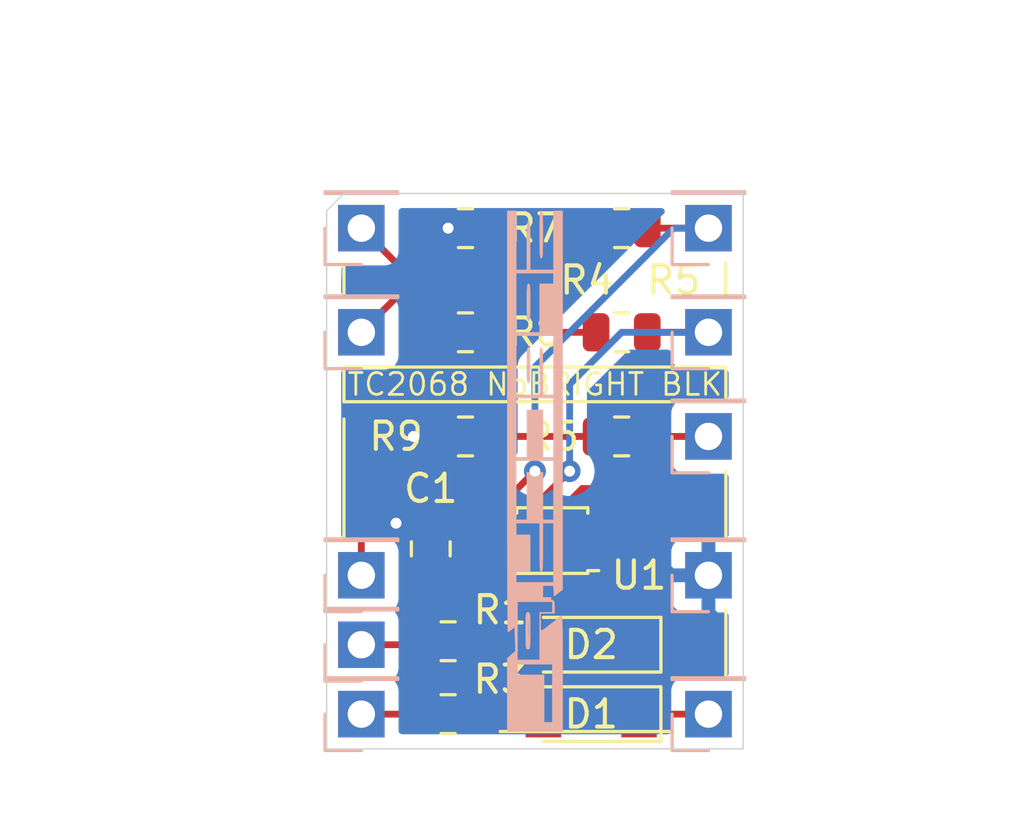
<source format=kicad_pcb>
(kicad_pcb (version 20171130) (host pcbnew "(5.1.9-0-10_14)")

  (general
    (thickness 1.6)
    (drawings 25)
    (tracks 80)
    (zones 0)
    (modules 23)
    (nets 14)
  )

  (page A4)
  (layers
    (0 F.Cu signal)
    (31 B.Cu signal)
    (32 B.Adhes user)
    (33 F.Adhes user)
    (34 B.Paste user)
    (35 F.Paste user)
    (36 B.SilkS user)
    (37 F.SilkS user)
    (38 B.Mask user)
    (39 F.Mask user)
    (40 Dwgs.User user)
    (41 Cmts.User user)
    (42 Eco1.User user)
    (43 Eco2.User user)
    (44 Edge.Cuts user)
    (45 Margin user)
    (46 B.CrtYd user)
    (47 F.CrtYd user)
    (48 B.Fab user)
    (49 F.Fab user)
  )

  (setup
    (last_trace_width 0.25)
    (trace_clearance 0.2)
    (zone_clearance 0.508)
    (zone_45_only no)
    (trace_min 0.2)
    (via_size 0.8)
    (via_drill 0.4)
    (via_min_size 0.4)
    (via_min_drill 0.3)
    (uvia_size 0.3)
    (uvia_drill 0.1)
    (uvias_allowed no)
    (uvia_min_size 0.2)
    (uvia_min_drill 0.1)
    (edge_width 0.05)
    (segment_width 0.2)
    (pcb_text_width 0.3)
    (pcb_text_size 1.5 1.5)
    (mod_edge_width 0.12)
    (mod_text_size 1 1)
    (mod_text_width 0.15)
    (pad_size 1.524 1.524)
    (pad_drill 0.762)
    (pad_to_mask_clearance 0.05)
    (aux_axis_origin 0 0)
    (visible_elements FFFFFF7F)
    (pcbplotparams
      (layerselection 0x010fc_ffffffff)
      (usegerberextensions false)
      (usegerberattributes true)
      (usegerberadvancedattributes true)
      (creategerberjobfile true)
      (excludeedgelayer true)
      (linewidth 0.100000)
      (plotframeref false)
      (viasonmask false)
      (mode 1)
      (useauxorigin false)
      (hpglpennumber 1)
      (hpglpenspeed 20)
      (hpglpendiameter 15.000000)
      (psnegative false)
      (psa4output false)
      (plotreference true)
      (plotvalue true)
      (plotinvisibletext false)
      (padsonsilk false)
      (subtractmaskfromsilk false)
      (outputformat 1)
      (mirror false)
      (drillshape 1)
      (scaleselection 1)
      (outputdirectory ""))
  )

  (net 0 "")
  (net 1 GND)
  (net 2 VCC)
  (net 3 "Net-(J2_1-Pad1)")
  (net 4 "Net-(J2_2-Pad1)")
  (net 5 "Net-(J2_3-Pad1)")
  (net 6 "Net-(J2_4-Pad1)")
  (net 7 "Net-(J1_1-Pad1)")
  (net 8 "Net-(J1_2-Pad1)")
  (net 9 "Net-(J1_3-Pad1)")
  (net 10 "Net-(U1-Pad2)")
  (net 11 "Net-(D1-Pad2)")
  (net 12 "Net-(D1-Pad1)")
  (net 13 "Net-(D2-Pad1)")

  (net_class Default "This is the default net class."
    (clearance 0.2)
    (trace_width 0.25)
    (via_dia 0.8)
    (via_drill 0.4)
    (uvia_dia 0.3)
    (uvia_drill 0.1)
    (add_net GND)
    (add_net "Net-(D1-Pad1)")
    (add_net "Net-(D1-Pad2)")
    (add_net "Net-(D2-Pad1)")
    (add_net "Net-(J1_1-Pad1)")
    (add_net "Net-(J1_2-Pad1)")
    (add_net "Net-(J1_3-Pad1)")
    (add_net "Net-(J2_1-Pad1)")
    (add_net "Net-(J2_2-Pad1)")
    (add_net "Net-(J2_3-Pad1)")
    (add_net "Net-(J2_4-Pad1)")
    (add_net "Net-(U1-Pad2)")
    (add_net VCC)
  )

  (module Package_SO:VSSOP-8_2.4x2.1mm_P0.5mm (layer F.Cu) (tedit 60069151) (tstamp 6006EF85)
    (at 99.695 69.85 180)
    (descr http://www.ti.com/lit/ml/mpds050d/mpds050d.pdf)
    (tags "VSSOP DCU R-PDSO-G8 Pitch0.5mm")
    (path /5F97EA8A)
    (attr smd)
    (fp_text reference U1 (at -3.175 -1.27 180) (layer F.SilkS)
      (effects (font (size 1 1) (thickness 0.15)))
    )
    (fp_text value 74LVC2G32 (at 0 2.413 180) (layer F.Fab)
      (effects (font (size 1 1) (thickness 0.15)))
    )
    (fp_line (start -2.18 1.3) (end -2.18 -1.3) (layer F.CrtYd) (width 0.05))
    (fp_line (start 2.18 1.3) (end -2.18 1.3) (layer F.CrtYd) (width 0.05))
    (fp_line (start 2.18 -1.3) (end 2.18 1.3) (layer F.CrtYd) (width 0.05))
    (fp_line (start -2.18 -1.3) (end 2.18 -1.3) (layer F.CrtYd) (width 0.05))
    (fp_line (start -1.3 1.2) (end -1.3 1) (layer F.SilkS) (width 0.12))
    (fp_line (start -1.3 -1.1) (end -1.7 -1.1) (layer F.SilkS) (width 0.12))
    (fp_line (start -1.3 -1.2) (end -1.3 -1.1) (layer F.SilkS) (width 0.12))
    (fp_line (start 1.3 -1.2) (end -1.3 -1.2) (layer F.SilkS) (width 0.12))
    (fp_line (start 1.3 -1) (end 1.3 -1.2) (layer F.SilkS) (width 0.12))
    (fp_line (start 1.3 1.2) (end 1.3 1) (layer F.SilkS) (width 0.12))
    (fp_line (start -1.3 1.2) (end 1.3 1.2) (layer F.SilkS) (width 0.12))
    (fp_line (start -1.2 -0.7) (end -1.2 1.05) (layer F.Fab) (width 0.1))
    (fp_line (start -0.9 -1.05) (end -1.2 -0.7) (layer F.Fab) (width 0.1))
    (fp_line (start 1.2 -1.05) (end -0.9 -1.05) (layer F.Fab) (width 0.1))
    (fp_line (start 1.2 1.05) (end 1.2 -1.05) (layer F.Fab) (width 0.1))
    (fp_line (start -1.2 1.05) (end 1.2 1.05) (layer F.Fab) (width 0.1))
    (fp_text user %R (at 0 0 180) (layer F.Fab)
      (effects (font (size 0.5 0.5) (thickness 0.1)))
    )
    (pad 1 smd rect (at -1.65 -0.75 180) (size 1 0.25) (layers F.Cu F.Paste F.Mask)
      (net 9 "Net-(J1_3-Pad1)"))
    (pad 2 smd rect (at -1.65 -0.25 180) (size 1 0.25) (layers F.Cu F.Paste F.Mask)
      (net 10 "Net-(U1-Pad2)"))
    (pad 3 smd rect (at -1.65 0.25 180) (size 1 0.25) (layers F.Cu F.Paste F.Mask)
      (net 10 "Net-(U1-Pad2)"))
    (pad 4 smd rect (at -1.65 0.75 180) (size 1 0.25) (layers F.Cu F.Paste F.Mask)
      (net 1 GND))
    (pad 5 smd rect (at 1.65 0.75 180) (size 1 0.25) (layers F.Cu F.Paste F.Mask)
      (net 7 "Net-(J1_1-Pad1)"))
    (pad 6 smd rect (at 1.65 0.25 180) (size 1 0.25) (layers F.Cu F.Paste F.Mask)
      (net 8 "Net-(J1_2-Pad1)"))
    (pad 7 smd rect (at 1.65 -0.25 180) (size 1 0.25) (layers F.Cu F.Paste F.Mask)
      (net 13 "Net-(D2-Pad1)"))
    (pad 8 smd rect (at 1.65 -0.75 180) (size 1 0.25) (layers F.Cu F.Paste F.Mask)
      (net 2 VCC))
    (model ${KISYS3DMOD}/Package_SO.3dshapes/VSSOP-8_2.4x2.1mm_P0.5mm.wrl
      (at (xyz 0 0 0))
      (scale (xyz 1 1 1))
      (rotate (xyz 0 0 0))
    )
  )

  (module Resistor_SMD:R_0805_2012Metric (layer F.Cu) (tedit 5B36C52B) (tstamp 5FA5A0A4)
    (at 95.885 73.533)
    (descr "Resistor SMD 0805 (2012 Metric), square (rectangular) end terminal, IPC_7351 nominal, (Body size source: https://docs.google.com/spreadsheets/d/1BsfQQcO9C6DZCsRaXUlFlo91Tg2WpOkGARC1WS5S8t0/edit?usp=sharing), generated with kicad-footprint-generator")
    (tags resistor)
    (path /5FCCBCA9)
    (attr smd)
    (fp_text reference R1 (at 1.905 -1.143) (layer F.SilkS)
      (effects (font (size 1 1) (thickness 0.15)))
    )
    (fp_text value 3k3 (at 0 1.65) (layer F.Fab)
      (effects (font (size 1 1) (thickness 0.15)))
    )
    (fp_line (start -1 0.6) (end -1 -0.6) (layer F.Fab) (width 0.1))
    (fp_line (start -1 -0.6) (end 1 -0.6) (layer F.Fab) (width 0.1))
    (fp_line (start 1 -0.6) (end 1 0.6) (layer F.Fab) (width 0.1))
    (fp_line (start 1 0.6) (end -1 0.6) (layer F.Fab) (width 0.1))
    (fp_line (start -0.258578 -0.71) (end 0.258578 -0.71) (layer F.SilkS) (width 0.12))
    (fp_line (start -0.258578 0.71) (end 0.258578 0.71) (layer F.SilkS) (width 0.12))
    (fp_line (start -1.68 0.95) (end -1.68 -0.95) (layer F.CrtYd) (width 0.05))
    (fp_line (start -1.68 -0.95) (end 1.68 -0.95) (layer F.CrtYd) (width 0.05))
    (fp_line (start 1.68 -0.95) (end 1.68 0.95) (layer F.CrtYd) (width 0.05))
    (fp_line (start 1.68 0.95) (end -1.68 0.95) (layer F.CrtYd) (width 0.05))
    (fp_text user %R (at 0 0) (layer F.Fab)
      (effects (font (size 0.5 0.5) (thickness 0.08)))
    )
    (pad 2 smd roundrect (at 0.9375 0) (size 0.975 1.4) (layers F.Cu F.Paste F.Mask) (roundrect_rratio 0.25)
      (net 11 "Net-(D1-Pad2)"))
    (pad 1 smd roundrect (at -0.9375 0) (size 0.975 1.4) (layers F.Cu F.Paste F.Mask) (roundrect_rratio 0.25)
      (net 2 VCC))
    (model ${KISYS3DMOD}/Resistor_SMD.3dshapes/R_0805_2012Metric.wrl
      (at (xyz 0 0 0))
      (scale (xyz 1 1 1))
      (rotate (xyz 0 0 0))
    )
  )

  (module Diode_SMD:D_MiniMELF (layer F.Cu) (tedit 5905D8F5) (tstamp 5FA5A1C3)
    (at 101.12 73.66 180)
    (descr "Diode Mini-MELF")
    (tags "Diode Mini-MELF")
    (path /5FCCDB5F)
    (attr smd)
    (fp_text reference D2 (at 0 0) (layer F.SilkS)
      (effects (font (size 1 1) (thickness 0.15)))
    )
    (fp_text value 1N4148 (at 0 1.75) (layer F.Fab)
      (effects (font (size 1 1) (thickness 0.15)))
    )
    (fp_line (start 1.75 -1) (end -2.55 -1) (layer F.SilkS) (width 0.12))
    (fp_line (start -2.55 -1) (end -2.55 1) (layer F.SilkS) (width 0.12))
    (fp_line (start -2.55 1) (end 1.75 1) (layer F.SilkS) (width 0.12))
    (fp_line (start 1.65 -0.8) (end 1.65 0.8) (layer F.Fab) (width 0.1))
    (fp_line (start 1.65 0.8) (end -1.65 0.8) (layer F.Fab) (width 0.1))
    (fp_line (start -1.65 0.8) (end -1.65 -0.8) (layer F.Fab) (width 0.1))
    (fp_line (start -1.65 -0.8) (end 1.65 -0.8) (layer F.Fab) (width 0.1))
    (fp_line (start 0.25 0) (end 0.75 0) (layer F.Fab) (width 0.1))
    (fp_line (start 0.25 0.4) (end -0.35 0) (layer F.Fab) (width 0.1))
    (fp_line (start 0.25 -0.4) (end 0.25 0.4) (layer F.Fab) (width 0.1))
    (fp_line (start -0.35 0) (end 0.25 -0.4) (layer F.Fab) (width 0.1))
    (fp_line (start -0.35 0) (end -0.35 0.55) (layer F.Fab) (width 0.1))
    (fp_line (start -0.35 0) (end -0.35 -0.55) (layer F.Fab) (width 0.1))
    (fp_line (start -0.75 0) (end -0.35 0) (layer F.Fab) (width 0.1))
    (fp_line (start -2.65 -1.1) (end 2.65 -1.1) (layer F.CrtYd) (width 0.05))
    (fp_line (start 2.65 -1.1) (end 2.65 1.1) (layer F.CrtYd) (width 0.05))
    (fp_line (start 2.65 1.1) (end -2.65 1.1) (layer F.CrtYd) (width 0.05))
    (fp_line (start -2.65 1.1) (end -2.65 -1.1) (layer F.CrtYd) (width 0.05))
    (fp_text user %R (at 0 -2) (layer F.Fab)
      (effects (font (size 1 1) (thickness 0.15)))
    )
    (pad 2 smd rect (at 1.75 0 180) (size 1.3 1.7) (layers F.Cu F.Paste F.Mask)
      (net 11 "Net-(D1-Pad2)"))
    (pad 1 smd rect (at -1.75 0 180) (size 1.3 1.7) (layers F.Cu F.Paste F.Mask)
      (net 13 "Net-(D2-Pad1)"))
    (model ${KISYS3DMOD}/Diode_SMD.3dshapes/D_MiniMELF.wrl
      (at (xyz 0 0 0))
      (scale (xyz 1 1 1))
      (rotate (xyz 0 0 0))
    )
  )

  (module Diode_SMD:D_MiniMELF (layer F.Cu) (tedit 5905D8F5) (tstamp 5FA5964A)
    (at 101.12 76.2 180)
    (descr "Diode Mini-MELF")
    (tags "Diode Mini-MELF")
    (path /5FCCD4C2)
    (attr smd)
    (fp_text reference D1 (at 0 0) (layer F.SilkS)
      (effects (font (size 1 1) (thickness 0.15)))
    )
    (fp_text value 1N4148 (at 0 1.75) (layer F.Fab)
      (effects (font (size 1 1) (thickness 0.15)))
    )
    (fp_line (start 1.75 -1) (end -2.55 -1) (layer F.SilkS) (width 0.12))
    (fp_line (start -2.55 -1) (end -2.55 1) (layer F.SilkS) (width 0.12))
    (fp_line (start -2.55 1) (end 1.75 1) (layer F.SilkS) (width 0.12))
    (fp_line (start 1.65 -0.8) (end 1.65 0.8) (layer F.Fab) (width 0.1))
    (fp_line (start 1.65 0.8) (end -1.65 0.8) (layer F.Fab) (width 0.1))
    (fp_line (start -1.65 0.8) (end -1.65 -0.8) (layer F.Fab) (width 0.1))
    (fp_line (start -1.65 -0.8) (end 1.65 -0.8) (layer F.Fab) (width 0.1))
    (fp_line (start 0.25 0) (end 0.75 0) (layer F.Fab) (width 0.1))
    (fp_line (start 0.25 0.4) (end -0.35 0) (layer F.Fab) (width 0.1))
    (fp_line (start 0.25 -0.4) (end 0.25 0.4) (layer F.Fab) (width 0.1))
    (fp_line (start -0.35 0) (end 0.25 -0.4) (layer F.Fab) (width 0.1))
    (fp_line (start -0.35 0) (end -0.35 0.55) (layer F.Fab) (width 0.1))
    (fp_line (start -0.35 0) (end -0.35 -0.55) (layer F.Fab) (width 0.1))
    (fp_line (start -0.75 0) (end -0.35 0) (layer F.Fab) (width 0.1))
    (fp_line (start -2.65 -1.1) (end 2.65 -1.1) (layer F.CrtYd) (width 0.05))
    (fp_line (start 2.65 -1.1) (end 2.65 1.1) (layer F.CrtYd) (width 0.05))
    (fp_line (start 2.65 1.1) (end -2.65 1.1) (layer F.CrtYd) (width 0.05))
    (fp_line (start -2.65 1.1) (end -2.65 -1.1) (layer F.CrtYd) (width 0.05))
    (fp_text user %R (at 0 -2) (layer F.Fab)
      (effects (font (size 1 1) (thickness 0.15)))
    )
    (pad 2 smd rect (at 1.75 0 180) (size 1.3 1.7) (layers F.Cu F.Paste F.Mask)
      (net 11 "Net-(D1-Pad2)"))
    (pad 1 smd rect (at -1.75 0 180) (size 1.3 1.7) (layers F.Cu F.Paste F.Mask)
      (net 12 "Net-(D1-Pad1)"))
    (model ${KISYS3DMOD}/Diode_SMD.3dshapes/D_MiniMELF.wrl
      (at (xyz 0 0 0))
      (scale (xyz 1 1 1))
      (rotate (xyz 0 0 0))
    )
  )

  (module Resistor_SMD:R_0805_2012Metric (layer F.Cu) (tedit 5B36C52B) (tstamp 5F979307)
    (at 96.52 62.23 180)
    (descr "Resistor SMD 0805 (2012 Metric), square (rectangular) end terminal, IPC_7351 nominal, (Body size source: https://docs.google.com/spreadsheets/d/1BsfQQcO9C6DZCsRaXUlFlo91Tg2WpOkGARC1WS5S8t0/edit?usp=sharing), generated with kicad-footprint-generator")
    (tags resistor)
    (path /5F8D0830)
    (attr smd)
    (fp_text reference R8 (at -2.54 0) (layer F.SilkS)
      (effects (font (size 1 1) (thickness 0.15)))
    )
    (fp_text value 470R (at 0 1.65) (layer F.Fab)
      (effects (font (size 1 1) (thickness 0.15)))
    )
    (fp_line (start 1.68 0.95) (end -1.68 0.95) (layer F.CrtYd) (width 0.05))
    (fp_line (start 1.68 -0.95) (end 1.68 0.95) (layer F.CrtYd) (width 0.05))
    (fp_line (start -1.68 -0.95) (end 1.68 -0.95) (layer F.CrtYd) (width 0.05))
    (fp_line (start -1.68 0.95) (end -1.68 -0.95) (layer F.CrtYd) (width 0.05))
    (fp_line (start -0.258578 0.71) (end 0.258578 0.71) (layer F.SilkS) (width 0.12))
    (fp_line (start -0.258578 -0.71) (end 0.258578 -0.71) (layer F.SilkS) (width 0.12))
    (fp_line (start 1 0.6) (end -1 0.6) (layer F.Fab) (width 0.1))
    (fp_line (start 1 -0.6) (end 1 0.6) (layer F.Fab) (width 0.1))
    (fp_line (start -1 -0.6) (end 1 -0.6) (layer F.Fab) (width 0.1))
    (fp_line (start -1 0.6) (end -1 -0.6) (layer F.Fab) (width 0.1))
    (fp_text user %R (at 0 0) (layer F.Fab)
      (effects (font (size 0.5 0.5) (thickness 0.08)))
    )
    (pad 2 smd roundrect (at 0.9375 0 180) (size 0.975 1.4) (layers F.Cu F.Paste F.Mask) (roundrect_rratio 0.25)
      (net 1 GND))
    (pad 1 smd roundrect (at -0.9375 0 180) (size 0.975 1.4) (layers F.Cu F.Paste F.Mask) (roundrect_rratio 0.25)
      (net 4 "Net-(J2_2-Pad1)"))
    (model ${KISYS3DMOD}/Resistor_SMD.3dshapes/R_0805_2012Metric.wrl
      (at (xyz 0 0 0))
      (scale (xyz 1 1 1))
      (rotate (xyz 0 0 0))
    )
  )

  (module Resistor_SMD:R_0805_2012Metric (layer F.Cu) (tedit 5B36C52B) (tstamp 5F983994)
    (at 95.885 76.2 180)
    (descr "Resistor SMD 0805 (2012 Metric), square (rectangular) end terminal, IPC_7351 nominal, (Body size source: https://docs.google.com/spreadsheets/d/1BsfQQcO9C6DZCsRaXUlFlo91Tg2WpOkGARC1WS5S8t0/edit?usp=sharing), generated with kicad-footprint-generator")
    (tags resistor)
    (path /5F9AC5CA)
    (attr smd)
    (fp_text reference R3 (at -1.905 1.27) (layer F.SilkS)
      (effects (font (size 1 1) (thickness 0.15)))
    )
    (fp_text value 33k (at 0 1.65) (layer F.Fab)
      (effects (font (size 1 1) (thickness 0.15)))
    )
    (fp_line (start 1.68 0.95) (end -1.68 0.95) (layer F.CrtYd) (width 0.05))
    (fp_line (start 1.68 -0.95) (end 1.68 0.95) (layer F.CrtYd) (width 0.05))
    (fp_line (start -1.68 -0.95) (end 1.68 -0.95) (layer F.CrtYd) (width 0.05))
    (fp_line (start -1.68 0.95) (end -1.68 -0.95) (layer F.CrtYd) (width 0.05))
    (fp_line (start -0.258578 0.71) (end 0.258578 0.71) (layer F.SilkS) (width 0.12))
    (fp_line (start -0.258578 -0.71) (end 0.258578 -0.71) (layer F.SilkS) (width 0.12))
    (fp_line (start 1 0.6) (end -1 0.6) (layer F.Fab) (width 0.1))
    (fp_line (start 1 -0.6) (end 1 0.6) (layer F.Fab) (width 0.1))
    (fp_line (start -1 -0.6) (end 1 -0.6) (layer F.Fab) (width 0.1))
    (fp_line (start -1 0.6) (end -1 -0.6) (layer F.Fab) (width 0.1))
    (fp_text user %R (at 0 0) (layer F.Fab)
      (effects (font (size 0.5 0.5) (thickness 0.08)))
    )
    (pad 2 smd roundrect (at 0.9375 0 180) (size 0.975 1.4) (layers F.Cu F.Paste F.Mask) (roundrect_rratio 0.25)
      (net 6 "Net-(J2_4-Pad1)"))
    (pad 1 smd roundrect (at -0.9375 0 180) (size 0.975 1.4) (layers F.Cu F.Paste F.Mask) (roundrect_rratio 0.25)
      (net 11 "Net-(D1-Pad2)"))
    (model ${KISYS3DMOD}/Resistor_SMD.3dshapes/R_0805_2012Metric.wrl
      (at (xyz 0 0 0))
      (scale (xyz 1 1 1))
      (rotate (xyz 0 0 0))
    )
  )

  (module Capacitor_SMD:C_0805_2012Metric (layer F.Cu) (tedit 5B36C52B) (tstamp 5F9837F3)
    (at 95.25 70.1525 90)
    (descr "Capacitor SMD 0805 (2012 Metric), square (rectangular) end terminal, IPC_7351 nominal, (Body size source: https://docs.google.com/spreadsheets/d/1BsfQQcO9C6DZCsRaXUlFlo91Tg2WpOkGARC1WS5S8t0/edit?usp=sharing), generated with kicad-footprint-generator")
    (tags capacitor)
    (path /5F98C0E6)
    (attr smd)
    (fp_text reference C1 (at 2.2075 0 180) (layer F.SilkS)
      (effects (font (size 1 1) (thickness 0.15)))
    )
    (fp_text value 100nF (at 0 1.65 90) (layer F.Fab)
      (effects (font (size 1 1) (thickness 0.15)))
    )
    (fp_line (start 1.68 0.95) (end -1.68 0.95) (layer F.CrtYd) (width 0.05))
    (fp_line (start 1.68 -0.95) (end 1.68 0.95) (layer F.CrtYd) (width 0.05))
    (fp_line (start -1.68 -0.95) (end 1.68 -0.95) (layer F.CrtYd) (width 0.05))
    (fp_line (start -1.68 0.95) (end -1.68 -0.95) (layer F.CrtYd) (width 0.05))
    (fp_line (start -0.258578 0.71) (end 0.258578 0.71) (layer F.SilkS) (width 0.12))
    (fp_line (start -0.258578 -0.71) (end 0.258578 -0.71) (layer F.SilkS) (width 0.12))
    (fp_line (start 1 0.6) (end -1 0.6) (layer F.Fab) (width 0.1))
    (fp_line (start 1 -0.6) (end 1 0.6) (layer F.Fab) (width 0.1))
    (fp_line (start -1 -0.6) (end 1 -0.6) (layer F.Fab) (width 0.1))
    (fp_line (start -1 0.6) (end -1 -0.6) (layer F.Fab) (width 0.1))
    (fp_text user %R (at 0 0 90) (layer F.Fab)
      (effects (font (size 0.5 0.5) (thickness 0.08)))
    )
    (pad 2 smd roundrect (at 0.9375 0 90) (size 0.975 1.4) (layers F.Cu F.Paste F.Mask) (roundrect_rratio 0.25)
      (net 1 GND))
    (pad 1 smd roundrect (at -0.9375 0 90) (size 0.975 1.4) (layers F.Cu F.Paste F.Mask) (roundrect_rratio 0.25)
      (net 2 VCC))
    (model ${KISYS3DMOD}/Capacitor_SMD.3dshapes/C_0805_2012Metric.wrl
      (at (xyz 0 0 0))
      (scale (xyz 1 1 1))
      (rotate (xyz 0 0 0))
    )
  )

  (module "ZX Speccy:logo-speccypl" (layer B.Cu) (tedit 0) (tstamp 5F8CBDB6)
    (at 99.06 67.31 270)
    (fp_text reference G*** (at 0 0 270) (layer B.SilkS) hide
      (effects (font (size 1.524 1.524) (thickness 0.3)) (justify mirror))
    )
    (fp_text value LOGO (at 0.75 0 270) (layer B.SilkS) hide
      (effects (font (size 1.524 1.524) (thickness 0.3)) (justify mirror))
    )
    (fp_poly (pts (xy 6.095267 0.338173) (xy 6.276052 0.335674) (xy 6.396539 0.329649) (xy 6.468911 0.318574)
      (xy 6.505352 0.300926) (xy 6.518045 0.275182) (xy 6.519333 0.254) (xy 6.515378 0.222342)
      (xy 6.495391 0.199744) (xy 6.447189 0.184683) (xy 6.358588 0.175637) (xy 6.217405 0.171081)
      (xy 6.011455 0.169495) (xy 5.842 0.169334) (xy 5.588732 0.169828) (xy 5.407947 0.172327)
      (xy 5.28746 0.178352) (xy 5.215088 0.189427) (xy 5.178647 0.207075) (xy 5.165954 0.232819)
      (xy 5.165687 0.237223) (xy 5.458358 0.237223) (xy 5.480329 0.232474) (xy 5.572697 0.229152)
      (xy 5.728325 0.227704) (xy 5.757333 0.227676) (xy 5.922032 0.228797) (xy 6.024563 0.231861)
      (xy 6.057794 0.23642) (xy 6.014588 0.242027) (xy 6.00075 0.242951) (xy 5.80696 0.249029)
      (xy 5.59733 0.246799) (xy 5.513916 0.242951) (xy 5.458358 0.237223) (xy 5.165687 0.237223)
      (xy 5.164666 0.254) (xy 5.168621 0.285659) (xy 5.188608 0.308257) (xy 5.23681 0.323318)
      (xy 5.325411 0.332364) (xy 5.466594 0.33692) (xy 5.672544 0.338506) (xy 5.842 0.338667)
      (xy 6.095267 0.338173)) (layer B.SilkS) (width 0.01))
    (fp_poly (pts (xy -3.620336 0.295234) (xy -3.44022 0.291187) (xy -3.321554 0.28307) (xy -3.252741 0.269761)
      (xy -3.222182 0.250137) (xy -3.217334 0.232834) (xy -3.228696 0.208334) (xy -3.270516 0.190903)
      (xy -3.354392 0.17942) (xy -3.491922 0.17276) (xy -3.694703 0.169803) (xy -3.8735 0.169334)
      (xy -4.126665 0.170433) (xy -4.306781 0.174481) (xy -4.425447 0.182598) (xy -4.49426 0.195907)
      (xy -4.524819 0.215531) (xy -4.529667 0.232834) (xy -4.518305 0.257334) (xy -4.476485 0.274764)
      (xy -4.392609 0.286248) (xy -4.255079 0.292907) (xy -4.052298 0.295865) (xy -3.8735 0.296334)
      (xy -3.620336 0.295234)) (layer B.SilkS) (width 0.01))
    (fp_poly (pts (xy -5.922935 0.295282) (xy -5.738417 0.291413) (xy -5.615678 0.283653) (xy -5.543283 0.270932)
      (xy -5.509798 0.252177) (xy -5.503334 0.232834) (xy -5.514551 0.208671) (xy -5.555826 0.191373)
      (xy -5.638593 0.179866) (xy -5.774287 0.173079) (xy -5.974343 0.16994) (xy -6.180667 0.169334)
      (xy -6.438399 0.170385) (xy -6.622917 0.174255) (xy -6.745656 0.182014) (xy -6.818051 0.194736)
      (xy -6.851537 0.213491) (xy -6.858 0.232834) (xy -6.846783 0.256996) (xy -6.805509 0.274295)
      (xy -6.722742 0.285802) (xy -6.587047 0.292589) (xy -6.386991 0.295728) (xy -6.180667 0.296334)
      (xy -5.922935 0.295282)) (layer B.SilkS) (width 0.01))
    (fp_poly (pts (xy -8.361056 -0.170081) (xy -8.139393 -0.172826) (xy -7.981968 -0.178312) (xy -7.878573 -0.187288)
      (xy -7.818997 -0.2005) (xy -7.793031 -0.218696) (xy -7.789334 -0.232833) (xy -7.799566 -0.254499)
      (xy -7.837067 -0.270719) (xy -7.912048 -0.282238) (xy -8.034717 -0.289803) (xy -8.215284 -0.294162)
      (xy -8.463959 -0.296062) (xy -8.657167 -0.296333) (xy -8.953278 -0.295584) (xy -9.174941 -0.29284)
      (xy -9.332366 -0.287354) (xy -9.435761 -0.278378) (xy -9.495337 -0.265166) (xy -9.521303 -0.24697)
      (xy -9.525 -0.232833) (xy -9.514769 -0.211166) (xy -9.477267 -0.194947) (xy -9.402287 -0.183428)
      (xy -9.279618 -0.175863) (xy -9.09905 -0.171503) (xy -8.850375 -0.169603) (xy -8.657167 -0.169333)
      (xy -8.361056 -0.170081)) (layer B.SilkS) (width 0.01))
    (fp_poly (pts (xy -1.019415 1.015865) (xy -0.241512 1.015468) (xy 0.509175 1.014822) (xy 1.228443 1.013942)
      (xy 1.912091 1.012841) (xy 2.55592 1.011533) (xy 3.155726 1.010032) (xy 3.70731 1.00835)
      (xy 4.206471 1.006503) (xy 4.649006 1.004503) (xy 5.030715 1.002364) (xy 5.347398 1.0001)
      (xy 5.594851 0.997725) (xy 5.768876 0.995251) (xy 5.86527 0.992694) (xy 5.884333 0.990928)
      (xy 5.860647 0.943843) (xy 5.802899 0.862564) (xy 5.795701 0.853344) (xy 5.707069 0.740834)
      (xy 6.582833 0.715068) (xy 6.714319 0.865534) (xy 6.845806 1.016) (xy 9.525 1.016)
      (xy 9.525 -1.016) (xy 7.380605 -1.016) (xy 6.899688 -1.01588) (xy 6.496817 -1.015364)
      (xy 6.165372 -1.014216) (xy 5.898733 -1.012201) (xy 5.690279 -1.009082) (xy 5.53339 -1.004625)
      (xy 5.421445 -0.998593) (xy 5.347825 -0.99075) (xy 5.30591 -0.980862) (xy 5.289078 -0.968692)
      (xy 5.290709 -0.954005) (xy 5.299449 -0.941916) (xy 5.385606 -0.837787) (xy 5.489854 -0.707182)
      (xy 5.599475 -0.566673) (xy 5.701748 -0.43283) (xy 5.783954 -0.322225) (xy 5.833372 -0.25143)
      (xy 5.842 -0.235093) (xy 5.80312 -0.223894) (xy 5.700277 -0.215611) (xy 5.554161 -0.211768)
      (xy 5.5245 -0.211666) (xy 5.207 -0.211666) (xy 5.207 -0.719666) (xy 4.970203 -0.719666)
      (xy 4.831695 -0.715394) (xy 4.755513 -0.697569) (xy 4.719533 -0.658679) (xy 4.71033 -0.631421)
      (xy 4.685244 -0.574702) (xy 4.653592 -0.596342) (xy 4.651441 -0.599671) (xy 4.628157 -0.603388)
      (xy 4.616246 -0.52779) (xy 4.614981 -0.47625) (xy 4.614333 -0.296333) (xy 4.191 -0.296333)
      (xy 4.191 -0.672694) (xy 4.384762 -0.685597) (xy 4.578525 -0.6985) (xy 4.458846 -0.855707)
      (xy 4.339166 -1.012914) (xy -9.525 -1.016) (xy -9.525 -0.677333) (xy -7.366 -0.677333)
      (xy -7.366 0.169334) (xy -8.255 0.169334) (xy -8.555113 0.170059) (xy -8.780664 0.172714)
      (xy -8.941747 0.178021) (xy -9.04846 0.186701) (xy -9.110896 0.199474) (xy -9.139152 0.217063)
      (xy -9.144 0.232834) (xy -9.133852 0.25427) (xy -9.096677 0.270381) (xy -9.022378 0.281887)
      (xy -8.900862 0.289509) (xy -8.722032 0.293969) (xy -8.475792 0.295987) (xy -8.255 0.296334)
      (xy -7.366 0.296334) (xy -7.366 0.677334) (xy -7.239 0.677334) (xy -7.239 -0.677333)
      (xy -6.858 -0.677333) (xy -6.858 -0.169333) (xy -5.08 -0.169333) (xy -5.08 0.677334)
      (xy -4.953 0.677334) (xy -4.953 -0.677333) (xy -2.794 -0.677333) (xy -2.794 -0.296333)
      (xy -3.661834 -0.296333) (xy -3.957945 -0.295584) (xy -4.179608 -0.29284) (xy -4.337033 -0.287354)
      (xy -4.440428 -0.278378) (xy -4.500004 -0.265166) (xy -4.52597 -0.24697) (xy -4.529667 -0.232833)
      (xy -4.519435 -0.211166) (xy -4.481934 -0.194947) (xy -4.406953 -0.183428) (xy -4.284284 -0.175863)
      (xy -4.103717 -0.171503) (xy -3.855042 -0.169603) (xy -3.661834 -0.169333) (xy -2.794 -0.169333)
      (xy -2.794 0.677334) (xy -2.667 0.677334) (xy -2.667 -0.677333) (xy -0.508 -0.677333)
      (xy -0.508 -0.296333) (xy -2.243667 -0.296333) (xy -2.243667 0.296334) (xy -0.508 0.296334)
      (xy -0.508 0.677334) (xy -0.381 0.677334) (xy -0.381 -0.677333) (xy 1.778 -0.677333)
      (xy 1.778 -0.296333) (xy 0.042333 -0.296333) (xy 0.042333 0.296334) (xy 1.778 0.296334)
      (xy 1.778 0.677334) (xy 1.905 0.677334) (xy 1.905 -0.169333) (xy 2.794 -0.169333)
      (xy 3.094112 -0.170058) (xy 3.319663 -0.172713) (xy 3.480746 -0.17802) (xy 3.587459 -0.1867)
      (xy 3.649895 -0.199473) (xy 3.678151 -0.217062) (xy 3.683 -0.232833) (xy 3.672851 -0.254269)
      (xy 3.635676 -0.27038) (xy 3.561377 -0.281886) (xy 3.439861 -0.289508) (xy 3.261031 -0.293968)
      (xy 3.014791 -0.295986) (xy 2.794 -0.296333) (xy 1.905 -0.296333) (xy 1.905 -0.677333)
      (xy 4.064 -0.677333) (xy 4.064 0.635) (xy 4.783666 0.635) (xy 4.783666 -0.635)
      (xy 5.164666 -0.635) (xy 5.164666 -0.169333) (xy 6.900333 -0.169333) (xy 6.900333 0.635)
      (xy 7.069666 0.635) (xy 7.069666 -0.635) (xy 9.186333 -0.635) (xy 9.186333 -0.338666)
      (xy 7.450666 -0.338666) (xy 7.450666 0.635) (xy 7.069666 0.635) (xy 6.900333 0.635)
      (xy 4.783666 0.635) (xy 4.064 0.635) (xy 4.064 0.677334) (xy 3.683 0.677334)
      (xy 3.683 0.169334) (xy 2.328333 0.169334) (xy 2.328333 0.677334) (xy 1.905 0.677334)
      (xy 1.778 0.677334) (xy -0.381 0.677334) (xy -0.508 0.677334) (xy -2.667 0.677334)
      (xy -2.794 0.677334) (xy -4.953 0.677334) (xy -5.08 0.677334) (xy -7.239 0.677334)
      (xy -7.366 0.677334) (xy -9.525 0.677334) (xy -9.525 1.016) (xy -1.820334 1.016)
      (xy -1.019415 1.015865)) (layer B.SilkS) (width 0.01))
  )

  (module Connector_PinHeader_2.54mm:PinHeader_1x01_P2.54mm_Vertical (layer B.Cu) (tedit 59FED5CC) (tstamp 5F8C3AC6)
    (at 105.41 58.42)
    (descr "Through hole straight pin header, 1x01, 2.54mm pitch, single row")
    (tags "Through hole pin header THT 1x01 2.54mm single row")
    (path /5F8C5C29)
    (fp_text reference J1_1 (at 0 2.33) (layer B.SilkS) hide
      (effects (font (size 1 1) (thickness 0.15)) (justify mirror))
    )
    (fp_text value R (at 0 -2.33) (layer B.Fab)
      (effects (font (size 1 1) (thickness 0.15)) (justify mirror))
    )
    (fp_line (start -0.635 1.27) (end 1.27 1.27) (layer B.Fab) (width 0.1))
    (fp_line (start 1.27 1.27) (end 1.27 -1.27) (layer B.Fab) (width 0.1))
    (fp_line (start 1.27 -1.27) (end -1.27 -1.27) (layer B.Fab) (width 0.1))
    (fp_line (start -1.27 -1.27) (end -1.27 0.635) (layer B.Fab) (width 0.1))
    (fp_line (start -1.27 0.635) (end -0.635 1.27) (layer B.Fab) (width 0.1))
    (fp_line (start -1.33 -1.33) (end 1.33 -1.33) (layer B.SilkS) (width 0.12))
    (fp_line (start -1.33 -1.27) (end -1.33 -1.33) (layer B.SilkS) (width 0.12))
    (fp_line (start 1.33 -1.27) (end 1.33 -1.33) (layer B.SilkS) (width 0.12))
    (fp_line (start -1.33 -1.27) (end 1.33 -1.27) (layer B.SilkS) (width 0.12))
    (fp_line (start -1.33 0) (end -1.33 1.33) (layer B.SilkS) (width 0.12))
    (fp_line (start -1.33 1.33) (end 0 1.33) (layer B.SilkS) (width 0.12))
    (fp_line (start -1.8 1.8) (end -1.8 -1.8) (layer B.CrtYd) (width 0.05))
    (fp_line (start -1.8 -1.8) (end 1.8 -1.8) (layer B.CrtYd) (width 0.05))
    (fp_line (start 1.8 -1.8) (end 1.8 1.8) (layer B.CrtYd) (width 0.05))
    (fp_line (start 1.8 1.8) (end -1.8 1.8) (layer B.CrtYd) (width 0.05))
    (fp_text user %R (at 0 0 -90) (layer B.Fab)
      (effects (font (size 1 1) (thickness 0.15)) (justify mirror))
    )
    (pad 1 thru_hole rect (at 0 0) (size 1.7 1.7) (drill 1) (layers *.Cu *.Mask)
      (net 7 "Net-(J1_1-Pad1)"))
    (model ${KISYS3DMOD}/Connector_PinHeader_2.54mm.3dshapes/PinHeader_1x01_P2.54mm_Vertical.wrl
      (at (xyz 0 0 0))
      (scale (xyz 1 1 1))
      (rotate (xyz 0 0 0))
    )
  )

  (module Connector_PinHeader_2.54mm:PinHeader_1x01_P2.54mm_Vertical (layer B.Cu) (tedit 59FED5CC) (tstamp 5F8C3ADB)
    (at 105.41 62.23)
    (descr "Through hole straight pin header, 1x01, 2.54mm pitch, single row")
    (tags "Through hole pin header THT 1x01 2.54mm single row")
    (path /5F8C60E2)
    (fp_text reference J1_2 (at 0 2.33) (layer B.SilkS) hide
      (effects (font (size 1 1) (thickness 0.15)) (justify mirror))
    )
    (fp_text value G (at 0 -2.33) (layer B.Fab)
      (effects (font (size 1 1) (thickness 0.15)) (justify mirror))
    )
    (fp_line (start 1.8 1.8) (end -1.8 1.8) (layer B.CrtYd) (width 0.05))
    (fp_line (start 1.8 -1.8) (end 1.8 1.8) (layer B.CrtYd) (width 0.05))
    (fp_line (start -1.8 -1.8) (end 1.8 -1.8) (layer B.CrtYd) (width 0.05))
    (fp_line (start -1.8 1.8) (end -1.8 -1.8) (layer B.CrtYd) (width 0.05))
    (fp_line (start -1.33 1.33) (end 0 1.33) (layer B.SilkS) (width 0.12))
    (fp_line (start -1.33 0) (end -1.33 1.33) (layer B.SilkS) (width 0.12))
    (fp_line (start -1.33 -1.27) (end 1.33 -1.27) (layer B.SilkS) (width 0.12))
    (fp_line (start 1.33 -1.27) (end 1.33 -1.33) (layer B.SilkS) (width 0.12))
    (fp_line (start -1.33 -1.27) (end -1.33 -1.33) (layer B.SilkS) (width 0.12))
    (fp_line (start -1.33 -1.33) (end 1.33 -1.33) (layer B.SilkS) (width 0.12))
    (fp_line (start -1.27 0.635) (end -0.635 1.27) (layer B.Fab) (width 0.1))
    (fp_line (start -1.27 -1.27) (end -1.27 0.635) (layer B.Fab) (width 0.1))
    (fp_line (start 1.27 -1.27) (end -1.27 -1.27) (layer B.Fab) (width 0.1))
    (fp_line (start 1.27 1.27) (end 1.27 -1.27) (layer B.Fab) (width 0.1))
    (fp_line (start -0.635 1.27) (end 1.27 1.27) (layer B.Fab) (width 0.1))
    (fp_text user %R (at 0 0 -90) (layer B.Fab)
      (effects (font (size 1 1) (thickness 0.15)) (justify mirror))
    )
    (pad 1 thru_hole rect (at 0 0) (size 1.7 1.7) (drill 1) (layers *.Cu *.Mask)
      (net 8 "Net-(J1_2-Pad1)"))
    (model ${KISYS3DMOD}/Connector_PinHeader_2.54mm.3dshapes/PinHeader_1x01_P2.54mm_Vertical.wrl
      (at (xyz 0 0 0))
      (scale (xyz 1 1 1))
      (rotate (xyz 0 0 0))
    )
  )

  (module Connector_PinHeader_2.54mm:PinHeader_1x01_P2.54mm_Vertical (layer B.Cu) (tedit 59FED5CC) (tstamp 5F97D274)
    (at 105.41 66.04)
    (descr "Through hole straight pin header, 1x01, 2.54mm pitch, single row")
    (tags "Through hole pin header THT 1x01 2.54mm single row")
    (path /5F8C6517)
    (fp_text reference J1_3 (at 0 2.33) (layer B.SilkS) hide
      (effects (font (size 1 1) (thickness 0.15)) (justify mirror))
    )
    (fp_text value B (at 0 -2.33) (layer B.Fab)
      (effects (font (size 1 1) (thickness 0.15)) (justify mirror))
    )
    (fp_line (start -0.635 1.27) (end 1.27 1.27) (layer B.Fab) (width 0.1))
    (fp_line (start 1.27 1.27) (end 1.27 -1.27) (layer B.Fab) (width 0.1))
    (fp_line (start 1.27 -1.27) (end -1.27 -1.27) (layer B.Fab) (width 0.1))
    (fp_line (start -1.27 -1.27) (end -1.27 0.635) (layer B.Fab) (width 0.1))
    (fp_line (start -1.27 0.635) (end -0.635 1.27) (layer B.Fab) (width 0.1))
    (fp_line (start -1.33 -1.33) (end 1.33 -1.33) (layer B.SilkS) (width 0.12))
    (fp_line (start -1.33 -1.27) (end -1.33 -1.33) (layer B.SilkS) (width 0.12))
    (fp_line (start 1.33 -1.27) (end 1.33 -1.33) (layer B.SilkS) (width 0.12))
    (fp_line (start -1.33 -1.27) (end 1.33 -1.27) (layer B.SilkS) (width 0.12))
    (fp_line (start -1.33 0) (end -1.33 1.33) (layer B.SilkS) (width 0.12))
    (fp_line (start -1.33 1.33) (end 0 1.33) (layer B.SilkS) (width 0.12))
    (fp_line (start -1.8 1.8) (end -1.8 -1.8) (layer B.CrtYd) (width 0.05))
    (fp_line (start -1.8 -1.8) (end 1.8 -1.8) (layer B.CrtYd) (width 0.05))
    (fp_line (start 1.8 -1.8) (end 1.8 1.8) (layer B.CrtYd) (width 0.05))
    (fp_line (start 1.8 1.8) (end -1.8 1.8) (layer B.CrtYd) (width 0.05))
    (fp_text user %R (at 0 0 -90) (layer B.Fab)
      (effects (font (size 1 1) (thickness 0.15)) (justify mirror))
    )
    (pad 1 thru_hole rect (at 0 0) (size 1.7 1.7) (drill 1) (layers *.Cu *.Mask)
      (net 9 "Net-(J1_3-Pad1)"))
    (model ${KISYS3DMOD}/Connector_PinHeader_2.54mm.3dshapes/PinHeader_1x01_P2.54mm_Vertical.wrl
      (at (xyz 0 0 0))
      (scale (xyz 1 1 1))
      (rotate (xyz 0 0 0))
    )
  )

  (module Connector_PinHeader_2.54mm:PinHeader_1x01_P2.54mm_Vertical (layer B.Cu) (tedit 59FED5CC) (tstamp 5F8C3B05)
    (at 105.41 76.2)
    (descr "Through hole straight pin header, 1x01, 2.54mm pitch, single row")
    (tags "Through hole pin header THT 1x01 2.54mm single row")
    (path /5F8C6850)
    (fp_text reference J1_4 (at 0 2.33) (layer B.SilkS) hide
      (effects (font (size 1 1) (thickness 0.15)) (justify mirror))
    )
    (fp_text value I (at 0 -2.33) (layer B.Fab)
      (effects (font (size 1 1) (thickness 0.15)) (justify mirror))
    )
    (fp_line (start 1.8 1.8) (end -1.8 1.8) (layer B.CrtYd) (width 0.05))
    (fp_line (start 1.8 -1.8) (end 1.8 1.8) (layer B.CrtYd) (width 0.05))
    (fp_line (start -1.8 -1.8) (end 1.8 -1.8) (layer B.CrtYd) (width 0.05))
    (fp_line (start -1.8 1.8) (end -1.8 -1.8) (layer B.CrtYd) (width 0.05))
    (fp_line (start -1.33 1.33) (end 0 1.33) (layer B.SilkS) (width 0.12))
    (fp_line (start -1.33 0) (end -1.33 1.33) (layer B.SilkS) (width 0.12))
    (fp_line (start -1.33 -1.27) (end 1.33 -1.27) (layer B.SilkS) (width 0.12))
    (fp_line (start 1.33 -1.27) (end 1.33 -1.33) (layer B.SilkS) (width 0.12))
    (fp_line (start -1.33 -1.27) (end -1.33 -1.33) (layer B.SilkS) (width 0.12))
    (fp_line (start -1.33 -1.33) (end 1.33 -1.33) (layer B.SilkS) (width 0.12))
    (fp_line (start -1.27 0.635) (end -0.635 1.27) (layer B.Fab) (width 0.1))
    (fp_line (start -1.27 -1.27) (end -1.27 0.635) (layer B.Fab) (width 0.1))
    (fp_line (start 1.27 -1.27) (end -1.27 -1.27) (layer B.Fab) (width 0.1))
    (fp_line (start 1.27 1.27) (end 1.27 -1.27) (layer B.Fab) (width 0.1))
    (fp_line (start -0.635 1.27) (end 1.27 1.27) (layer B.Fab) (width 0.1))
    (fp_text user %R (at 0 0 -90) (layer B.Fab)
      (effects (font (size 1 1) (thickness 0.15)) (justify mirror))
    )
    (pad 1 thru_hole rect (at 0 0) (size 1.7 1.7) (drill 1) (layers *.Cu *.Mask)
      (net 12 "Net-(D1-Pad1)"))
    (model ${KISYS3DMOD}/Connector_PinHeader_2.54mm.3dshapes/PinHeader_1x01_P2.54mm_Vertical.wrl
      (at (xyz 0 0 0))
      (scale (xyz 1 1 1))
      (rotate (xyz 0 0 0))
    )
  )

  (module Connector_PinHeader_2.54mm:PinHeader_1x01_P2.54mm_Vertical (layer B.Cu) (tedit 59FED5CC) (tstamp 5F8C589A)
    (at 92.71 73.66)
    (descr "Through hole straight pin header, 1x01, 2.54mm pitch, single row")
    (tags "Through hole pin header THT 1x01 2.54mm single row")
    (path /5F8DD602)
    (fp_text reference J1_5 (at 0 2.33) (layer B.SilkS) hide
      (effects (font (size 1 1) (thickness 0.15)) (justify mirror))
    )
    (fp_text value +5V (at 0 -2.33) (layer B.Fab)
      (effects (font (size 1 1) (thickness 0.15)) (justify mirror))
    )
    (fp_line (start -0.635 1.27) (end 1.27 1.27) (layer B.Fab) (width 0.1))
    (fp_line (start 1.27 1.27) (end 1.27 -1.27) (layer B.Fab) (width 0.1))
    (fp_line (start 1.27 -1.27) (end -1.27 -1.27) (layer B.Fab) (width 0.1))
    (fp_line (start -1.27 -1.27) (end -1.27 0.635) (layer B.Fab) (width 0.1))
    (fp_line (start -1.27 0.635) (end -0.635 1.27) (layer B.Fab) (width 0.1))
    (fp_line (start -1.33 -1.33) (end 1.33 -1.33) (layer B.SilkS) (width 0.12))
    (fp_line (start -1.33 -1.27) (end -1.33 -1.33) (layer B.SilkS) (width 0.12))
    (fp_line (start 1.33 -1.27) (end 1.33 -1.33) (layer B.SilkS) (width 0.12))
    (fp_line (start -1.33 -1.27) (end 1.33 -1.27) (layer B.SilkS) (width 0.12))
    (fp_line (start -1.33 0) (end -1.33 1.33) (layer B.SilkS) (width 0.12))
    (fp_line (start -1.33 1.33) (end 0 1.33) (layer B.SilkS) (width 0.12))
    (fp_line (start -1.8 1.8) (end -1.8 -1.8) (layer B.CrtYd) (width 0.05))
    (fp_line (start -1.8 -1.8) (end 1.8 -1.8) (layer B.CrtYd) (width 0.05))
    (fp_line (start 1.8 -1.8) (end 1.8 1.8) (layer B.CrtYd) (width 0.05))
    (fp_line (start 1.8 1.8) (end -1.8 1.8) (layer B.CrtYd) (width 0.05))
    (fp_text user %R (at 0 0 -90) (layer B.Fab)
      (effects (font (size 1 1) (thickness 0.15)) (justify mirror))
    )
    (pad 1 thru_hole rect (at 0 0) (size 1.7 1.7) (drill 1) (layers *.Cu *.Mask)
      (net 2 VCC))
    (model ${KISYS3DMOD}/Connector_PinHeader_2.54mm.3dshapes/PinHeader_1x01_P2.54mm_Vertical.wrl
      (at (xyz 0 0 0))
      (scale (xyz 1 1 1))
      (rotate (xyz 0 0 0))
    )
  )

  (module Connector_PinHeader_2.54mm:PinHeader_1x01_P2.54mm_Vertical (layer B.Cu) (tedit 59FED5CC) (tstamp 5FA987B0)
    (at 105.41 71.12)
    (descr "Through hole straight pin header, 1x01, 2.54mm pitch, single row")
    (tags "Through hole pin header THT 1x01 2.54mm single row")
    (path /5F8DDD3A)
    (fp_text reference J1_6 (at 0 2.33) (layer B.SilkS) hide
      (effects (font (size 1 1) (thickness 0.15)) (justify mirror))
    )
    (fp_text value GND (at 0 -2.33) (layer B.Fab)
      (effects (font (size 1 1) (thickness 0.15)) (justify mirror))
    )
    (fp_line (start 1.8 1.8) (end -1.8 1.8) (layer B.CrtYd) (width 0.05))
    (fp_line (start 1.8 -1.8) (end 1.8 1.8) (layer B.CrtYd) (width 0.05))
    (fp_line (start -1.8 -1.8) (end 1.8 -1.8) (layer B.CrtYd) (width 0.05))
    (fp_line (start -1.8 1.8) (end -1.8 -1.8) (layer B.CrtYd) (width 0.05))
    (fp_line (start -1.33 1.33) (end 0 1.33) (layer B.SilkS) (width 0.12))
    (fp_line (start -1.33 0) (end -1.33 1.33) (layer B.SilkS) (width 0.12))
    (fp_line (start -1.33 -1.27) (end 1.33 -1.27) (layer B.SilkS) (width 0.12))
    (fp_line (start 1.33 -1.27) (end 1.33 -1.33) (layer B.SilkS) (width 0.12))
    (fp_line (start -1.33 -1.27) (end -1.33 -1.33) (layer B.SilkS) (width 0.12))
    (fp_line (start -1.33 -1.33) (end 1.33 -1.33) (layer B.SilkS) (width 0.12))
    (fp_line (start -1.27 0.635) (end -0.635 1.27) (layer B.Fab) (width 0.1))
    (fp_line (start -1.27 -1.27) (end -1.27 0.635) (layer B.Fab) (width 0.1))
    (fp_line (start 1.27 -1.27) (end -1.27 -1.27) (layer B.Fab) (width 0.1))
    (fp_line (start 1.27 1.27) (end 1.27 -1.27) (layer B.Fab) (width 0.1))
    (fp_line (start -0.635 1.27) (end 1.27 1.27) (layer B.Fab) (width 0.1))
    (fp_text user %R (at 0 0 -90) (layer B.Fab)
      (effects (font (size 1 1) (thickness 0.15)) (justify mirror))
    )
    (pad 1 thru_hole rect (at 0 0) (size 1.7 1.7) (drill 1) (layers *.Cu *.Mask)
      (net 1 GND))
    (model ${KISYS3DMOD}/Connector_PinHeader_2.54mm.3dshapes/PinHeader_1x01_P2.54mm_Vertical.wrl
      (at (xyz 0 0 0))
      (scale (xyz 1 1 1))
      (rotate (xyz 0 0 0))
    )
  )

  (module Connector_PinHeader_2.54mm:PinHeader_1x01_P2.54mm_Vertical (layer B.Cu) (tedit 59FED5CC) (tstamp 5F8C3B44)
    (at 92.71 58.42)
    (descr "Through hole straight pin header, 1x01, 2.54mm pitch, single row")
    (tags "Through hole pin header THT 1x01 2.54mm single row")
    (path /5F8D684A)
    (fp_text reference J2_1 (at 0 2.33) (layer B.SilkS) hide
      (effects (font (size 1 1) (thickness 0.15)) (justify mirror))
    )
    (fp_text value RED (at 0 -2.33) (layer B.Fab)
      (effects (font (size 1 1) (thickness 0.15)) (justify mirror))
    )
    (fp_line (start -0.635 1.27) (end 1.27 1.27) (layer B.Fab) (width 0.1))
    (fp_line (start 1.27 1.27) (end 1.27 -1.27) (layer B.Fab) (width 0.1))
    (fp_line (start 1.27 -1.27) (end -1.27 -1.27) (layer B.Fab) (width 0.1))
    (fp_line (start -1.27 -1.27) (end -1.27 0.635) (layer B.Fab) (width 0.1))
    (fp_line (start -1.27 0.635) (end -0.635 1.27) (layer B.Fab) (width 0.1))
    (fp_line (start -1.33 -1.33) (end 1.33 -1.33) (layer B.SilkS) (width 0.12))
    (fp_line (start -1.33 -1.27) (end -1.33 -1.33) (layer B.SilkS) (width 0.12))
    (fp_line (start 1.33 -1.27) (end 1.33 -1.33) (layer B.SilkS) (width 0.12))
    (fp_line (start -1.33 -1.27) (end 1.33 -1.27) (layer B.SilkS) (width 0.12))
    (fp_line (start -1.33 0) (end -1.33 1.33) (layer B.SilkS) (width 0.12))
    (fp_line (start -1.33 1.33) (end 0 1.33) (layer B.SilkS) (width 0.12))
    (fp_line (start -1.8 1.8) (end -1.8 -1.8) (layer B.CrtYd) (width 0.05))
    (fp_line (start -1.8 -1.8) (end 1.8 -1.8) (layer B.CrtYd) (width 0.05))
    (fp_line (start 1.8 -1.8) (end 1.8 1.8) (layer B.CrtYd) (width 0.05))
    (fp_line (start 1.8 1.8) (end -1.8 1.8) (layer B.CrtYd) (width 0.05))
    (fp_text user %R (at 0 0 -90) (layer B.Fab)
      (effects (font (size 1 1) (thickness 0.15)) (justify mirror))
    )
    (pad 1 thru_hole rect (at 0 0) (size 1.7 1.7) (drill 1) (layers *.Cu *.Mask)
      (net 3 "Net-(J2_1-Pad1)"))
    (model ${KISYS3DMOD}/Connector_PinHeader_2.54mm.3dshapes/PinHeader_1x01_P2.54mm_Vertical.wrl
      (at (xyz 0 0 0))
      (scale (xyz 1 1 1))
      (rotate (xyz 0 0 0))
    )
  )

  (module Connector_PinHeader_2.54mm:PinHeader_1x01_P2.54mm_Vertical (layer B.Cu) (tedit 59FED5CC) (tstamp 5F8C3B59)
    (at 92.71 62.23)
    (descr "Through hole straight pin header, 1x01, 2.54mm pitch, single row")
    (tags "Through hole pin header THT 1x01 2.54mm single row")
    (path /5F8D6661)
    (fp_text reference J2_2 (at 0 2.33) (layer B.SilkS) hide
      (effects (font (size 1 1) (thickness 0.15)) (justify mirror))
    )
    (fp_text value GREEN (at 0 -2.33) (layer B.Fab)
      (effects (font (size 1 1) (thickness 0.15)) (justify mirror))
    )
    (fp_line (start 1.8 1.8) (end -1.8 1.8) (layer B.CrtYd) (width 0.05))
    (fp_line (start 1.8 -1.8) (end 1.8 1.8) (layer B.CrtYd) (width 0.05))
    (fp_line (start -1.8 -1.8) (end 1.8 -1.8) (layer B.CrtYd) (width 0.05))
    (fp_line (start -1.8 1.8) (end -1.8 -1.8) (layer B.CrtYd) (width 0.05))
    (fp_line (start -1.33 1.33) (end 0 1.33) (layer B.SilkS) (width 0.12))
    (fp_line (start -1.33 0) (end -1.33 1.33) (layer B.SilkS) (width 0.12))
    (fp_line (start -1.33 -1.27) (end 1.33 -1.27) (layer B.SilkS) (width 0.12))
    (fp_line (start 1.33 -1.27) (end 1.33 -1.33) (layer B.SilkS) (width 0.12))
    (fp_line (start -1.33 -1.27) (end -1.33 -1.33) (layer B.SilkS) (width 0.12))
    (fp_line (start -1.33 -1.33) (end 1.33 -1.33) (layer B.SilkS) (width 0.12))
    (fp_line (start -1.27 0.635) (end -0.635 1.27) (layer B.Fab) (width 0.1))
    (fp_line (start -1.27 -1.27) (end -1.27 0.635) (layer B.Fab) (width 0.1))
    (fp_line (start 1.27 -1.27) (end -1.27 -1.27) (layer B.Fab) (width 0.1))
    (fp_line (start 1.27 1.27) (end 1.27 -1.27) (layer B.Fab) (width 0.1))
    (fp_line (start -0.635 1.27) (end 1.27 1.27) (layer B.Fab) (width 0.1))
    (fp_text user %R (at 0 0 -90) (layer B.Fab)
      (effects (font (size 1 1) (thickness 0.15)) (justify mirror))
    )
    (pad 1 thru_hole rect (at 0 0) (size 1.7 1.7) (drill 1) (layers *.Cu *.Mask)
      (net 4 "Net-(J2_2-Pad1)"))
    (model ${KISYS3DMOD}/Connector_PinHeader_2.54mm.3dshapes/PinHeader_1x01_P2.54mm_Vertical.wrl
      (at (xyz 0 0 0))
      (scale (xyz 1 1 1))
      (rotate (xyz 0 0 0))
    )
  )

  (module Connector_PinHeader_2.54mm:PinHeader_1x01_P2.54mm_Vertical (layer B.Cu) (tedit 59FED5CC) (tstamp 5F8C479C)
    (at 92.71 71.12)
    (descr "Through hole straight pin header, 1x01, 2.54mm pitch, single row")
    (tags "Through hole pin header THT 1x01 2.54mm single row")
    (path /5F8D57F1)
    (fp_text reference J2_3 (at 0 2.33) (layer B.SilkS) hide
      (effects (font (size 1 1) (thickness 0.15)) (justify mirror))
    )
    (fp_text value BLUE (at 0 -2.33) (layer B.Fab)
      (effects (font (size 1 1) (thickness 0.15)) (justify mirror))
    )
    (fp_line (start -0.635 1.27) (end 1.27 1.27) (layer B.Fab) (width 0.1))
    (fp_line (start 1.27 1.27) (end 1.27 -1.27) (layer B.Fab) (width 0.1))
    (fp_line (start 1.27 -1.27) (end -1.27 -1.27) (layer B.Fab) (width 0.1))
    (fp_line (start -1.27 -1.27) (end -1.27 0.635) (layer B.Fab) (width 0.1))
    (fp_line (start -1.27 0.635) (end -0.635 1.27) (layer B.Fab) (width 0.1))
    (fp_line (start -1.33 -1.33) (end 1.33 -1.33) (layer B.SilkS) (width 0.12))
    (fp_line (start -1.33 -1.27) (end -1.33 -1.33) (layer B.SilkS) (width 0.12))
    (fp_line (start 1.33 -1.27) (end 1.33 -1.33) (layer B.SilkS) (width 0.12))
    (fp_line (start -1.33 -1.27) (end 1.33 -1.27) (layer B.SilkS) (width 0.12))
    (fp_line (start -1.33 0) (end -1.33 1.33) (layer B.SilkS) (width 0.12))
    (fp_line (start -1.33 1.33) (end 0 1.33) (layer B.SilkS) (width 0.12))
    (fp_line (start -1.8 1.8) (end -1.8 -1.8) (layer B.CrtYd) (width 0.05))
    (fp_line (start -1.8 -1.8) (end 1.8 -1.8) (layer B.CrtYd) (width 0.05))
    (fp_line (start 1.8 -1.8) (end 1.8 1.8) (layer B.CrtYd) (width 0.05))
    (fp_line (start 1.8 1.8) (end -1.8 1.8) (layer B.CrtYd) (width 0.05))
    (fp_text user %R (at 0 0 -90) (layer B.Fab)
      (effects (font (size 1 1) (thickness 0.15)) (justify mirror))
    )
    (pad 1 thru_hole rect (at 0 0) (size 1.7 1.7) (drill 1) (layers *.Cu *.Mask)
      (net 5 "Net-(J2_3-Pad1)"))
    (model ${KISYS3DMOD}/Connector_PinHeader_2.54mm.3dshapes/PinHeader_1x01_P2.54mm_Vertical.wrl
      (at (xyz 0 0 0))
      (scale (xyz 1 1 1))
      (rotate (xyz 0 0 0))
    )
  )

  (module Connector_PinHeader_2.54mm:PinHeader_1x01_P2.54mm_Vertical (layer B.Cu) (tedit 59FED5CC) (tstamp 5F8C3B83)
    (at 92.71 76.2)
    (descr "Through hole straight pin header, 1x01, 2.54mm pitch, single row")
    (tags "Through hole pin header THT 1x01 2.54mm single row")
    (path /5F8D6BEC)
    (fp_text reference J2_4 (at 0 2.33) (layer B.SilkS) hide
      (effects (font (size 1 1) (thickness 0.15)) (justify mirror))
    )
    (fp_text value BRIGHT (at 0 -2.33) (layer B.Fab)
      (effects (font (size 1 1) (thickness 0.15)) (justify mirror))
    )
    (fp_line (start 1.8 1.8) (end -1.8 1.8) (layer B.CrtYd) (width 0.05))
    (fp_line (start 1.8 -1.8) (end 1.8 1.8) (layer B.CrtYd) (width 0.05))
    (fp_line (start -1.8 -1.8) (end 1.8 -1.8) (layer B.CrtYd) (width 0.05))
    (fp_line (start -1.8 1.8) (end -1.8 -1.8) (layer B.CrtYd) (width 0.05))
    (fp_line (start -1.33 1.33) (end 0 1.33) (layer B.SilkS) (width 0.12))
    (fp_line (start -1.33 0) (end -1.33 1.33) (layer B.SilkS) (width 0.12))
    (fp_line (start -1.33 -1.27) (end 1.33 -1.27) (layer B.SilkS) (width 0.12))
    (fp_line (start 1.33 -1.27) (end 1.33 -1.33) (layer B.SilkS) (width 0.12))
    (fp_line (start -1.33 -1.27) (end -1.33 -1.33) (layer B.SilkS) (width 0.12))
    (fp_line (start -1.33 -1.33) (end 1.33 -1.33) (layer B.SilkS) (width 0.12))
    (fp_line (start -1.27 0.635) (end -0.635 1.27) (layer B.Fab) (width 0.1))
    (fp_line (start -1.27 -1.27) (end -1.27 0.635) (layer B.Fab) (width 0.1))
    (fp_line (start 1.27 -1.27) (end -1.27 -1.27) (layer B.Fab) (width 0.1))
    (fp_line (start 1.27 1.27) (end 1.27 -1.27) (layer B.Fab) (width 0.1))
    (fp_line (start -0.635 1.27) (end 1.27 1.27) (layer B.Fab) (width 0.1))
    (fp_text user %R (at 0 0 -90) (layer B.Fab)
      (effects (font (size 1 1) (thickness 0.15)) (justify mirror))
    )
    (pad 1 thru_hole rect (at 0 0) (size 1.7 1.7) (drill 1) (layers *.Cu *.Mask)
      (net 6 "Net-(J2_4-Pad1)"))
    (model ${KISYS3DMOD}/Connector_PinHeader_2.54mm.3dshapes/PinHeader_1x01_P2.54mm_Vertical.wrl
      (at (xyz 0 0 0))
      (scale (xyz 1 1 1))
      (rotate (xyz 0 0 0))
    )
  )

  (module Resistor_SMD:R_0805_2012Metric (layer F.Cu) (tedit 5B36C52B) (tstamp 5F8C4D39)
    (at 102.235 58.42 180)
    (descr "Resistor SMD 0805 (2012 Metric), square (rectangular) end terminal, IPC_7351 nominal, (Body size source: https://docs.google.com/spreadsheets/d/1BsfQQcO9C6DZCsRaXUlFlo91Tg2WpOkGARC1WS5S8t0/edit?usp=sharing), generated with kicad-footprint-generator")
    (tags resistor)
    (path /5F8CCA6D)
    (attr smd)
    (fp_text reference R4 (at 1.27 -1.905) (layer F.SilkS)
      (effects (font (size 1 1) (thickness 0.15)))
    )
    (fp_text value 4k7 (at 0 1.65) (layer F.Fab)
      (effects (font (size 1 1) (thickness 0.15)))
    )
    (fp_line (start 1.68 0.95) (end -1.68 0.95) (layer F.CrtYd) (width 0.05))
    (fp_line (start 1.68 -0.95) (end 1.68 0.95) (layer F.CrtYd) (width 0.05))
    (fp_line (start -1.68 -0.95) (end 1.68 -0.95) (layer F.CrtYd) (width 0.05))
    (fp_line (start -1.68 0.95) (end -1.68 -0.95) (layer F.CrtYd) (width 0.05))
    (fp_line (start -0.258578 0.71) (end 0.258578 0.71) (layer F.SilkS) (width 0.12))
    (fp_line (start -0.258578 -0.71) (end 0.258578 -0.71) (layer F.SilkS) (width 0.12))
    (fp_line (start 1 0.6) (end -1 0.6) (layer F.Fab) (width 0.1))
    (fp_line (start 1 -0.6) (end 1 0.6) (layer F.Fab) (width 0.1))
    (fp_line (start -1 -0.6) (end 1 -0.6) (layer F.Fab) (width 0.1))
    (fp_line (start -1 0.6) (end -1 -0.6) (layer F.Fab) (width 0.1))
    (fp_text user %R (at 0 0) (layer F.Fab)
      (effects (font (size 0.5 0.5) (thickness 0.08)))
    )
    (pad 2 smd roundrect (at 0.9375 0 180) (size 0.975 1.4) (layers F.Cu F.Paste F.Mask) (roundrect_rratio 0.25)
      (net 3 "Net-(J2_1-Pad1)"))
    (pad 1 smd roundrect (at -0.9375 0 180) (size 0.975 1.4) (layers F.Cu F.Paste F.Mask) (roundrect_rratio 0.25)
      (net 7 "Net-(J1_1-Pad1)"))
    (model ${KISYS3DMOD}/Resistor_SMD.3dshapes/R_0805_2012Metric.wrl
      (at (xyz 0 0 0))
      (scale (xyz 1 1 1))
      (rotate (xyz 0 0 0))
    )
  )

  (module Resistor_SMD:R_0805_2012Metric (layer F.Cu) (tedit 5B36C52B) (tstamp 5F8C445E)
    (at 102.235 62.23 180)
    (descr "Resistor SMD 0805 (2012 Metric), square (rectangular) end terminal, IPC_7351 nominal, (Body size source: https://docs.google.com/spreadsheets/d/1BsfQQcO9C6DZCsRaXUlFlo91Tg2WpOkGARC1WS5S8t0/edit?usp=sharing), generated with kicad-footprint-generator")
    (tags resistor)
    (path /5F8CCF89)
    (attr smd)
    (fp_text reference R5 (at -1.905 1.905) (layer F.SilkS)
      (effects (font (size 1 1) (thickness 0.15)))
    )
    (fp_text value 5k6 (at 0 1.65) (layer F.Fab)
      (effects (font (size 1 1) (thickness 0.15)))
    )
    (fp_line (start -1 0.6) (end -1 -0.6) (layer F.Fab) (width 0.1))
    (fp_line (start -1 -0.6) (end 1 -0.6) (layer F.Fab) (width 0.1))
    (fp_line (start 1 -0.6) (end 1 0.6) (layer F.Fab) (width 0.1))
    (fp_line (start 1 0.6) (end -1 0.6) (layer F.Fab) (width 0.1))
    (fp_line (start -0.258578 -0.71) (end 0.258578 -0.71) (layer F.SilkS) (width 0.12))
    (fp_line (start -0.258578 0.71) (end 0.258578 0.71) (layer F.SilkS) (width 0.12))
    (fp_line (start -1.68 0.95) (end -1.68 -0.95) (layer F.CrtYd) (width 0.05))
    (fp_line (start -1.68 -0.95) (end 1.68 -0.95) (layer F.CrtYd) (width 0.05))
    (fp_line (start 1.68 -0.95) (end 1.68 0.95) (layer F.CrtYd) (width 0.05))
    (fp_line (start 1.68 0.95) (end -1.68 0.95) (layer F.CrtYd) (width 0.05))
    (fp_text user %R (at 0 0) (layer F.Fab)
      (effects (font (size 0.5 0.5) (thickness 0.08)))
    )
    (pad 1 smd roundrect (at -0.9375 0 180) (size 0.975 1.4) (layers F.Cu F.Paste F.Mask) (roundrect_rratio 0.25)
      (net 8 "Net-(J1_2-Pad1)"))
    (pad 2 smd roundrect (at 0.9375 0 180) (size 0.975 1.4) (layers F.Cu F.Paste F.Mask) (roundrect_rratio 0.25)
      (net 4 "Net-(J2_2-Pad1)"))
    (model ${KISYS3DMOD}/Resistor_SMD.3dshapes/R_0805_2012Metric.wrl
      (at (xyz 0 0 0))
      (scale (xyz 1 1 1))
      (rotate (xyz 0 0 0))
    )
  )

  (module Resistor_SMD:R_0805_2012Metric (layer F.Cu) (tedit 5B36C52B) (tstamp 5F8C3BD8)
    (at 102.235 66.04 180)
    (descr "Resistor SMD 0805 (2012 Metric), square (rectangular) end terminal, IPC_7351 nominal, (Body size source: https://docs.google.com/spreadsheets/d/1BsfQQcO9C6DZCsRaXUlFlo91Tg2WpOkGARC1WS5S8t0/edit?usp=sharing), generated with kicad-footprint-generator")
    (tags resistor)
    (path /5F8CE746)
    (attr smd)
    (fp_text reference R6 (at 2.54 0) (layer F.SilkS)
      (effects (font (size 1 1) (thickness 0.15)))
    )
    (fp_text value 4k7 (at 0 1.65) (layer F.Fab)
      (effects (font (size 1 1) (thickness 0.15)))
    )
    (fp_line (start 1.68 0.95) (end -1.68 0.95) (layer F.CrtYd) (width 0.05))
    (fp_line (start 1.68 -0.95) (end 1.68 0.95) (layer F.CrtYd) (width 0.05))
    (fp_line (start -1.68 -0.95) (end 1.68 -0.95) (layer F.CrtYd) (width 0.05))
    (fp_line (start -1.68 0.95) (end -1.68 -0.95) (layer F.CrtYd) (width 0.05))
    (fp_line (start -0.258578 0.71) (end 0.258578 0.71) (layer F.SilkS) (width 0.12))
    (fp_line (start -0.258578 -0.71) (end 0.258578 -0.71) (layer F.SilkS) (width 0.12))
    (fp_line (start 1 0.6) (end -1 0.6) (layer F.Fab) (width 0.1))
    (fp_line (start 1 -0.6) (end 1 0.6) (layer F.Fab) (width 0.1))
    (fp_line (start -1 -0.6) (end 1 -0.6) (layer F.Fab) (width 0.1))
    (fp_line (start -1 0.6) (end -1 -0.6) (layer F.Fab) (width 0.1))
    (fp_text user %R (at 0 0) (layer F.Fab)
      (effects (font (size 0.5 0.5) (thickness 0.08)))
    )
    (pad 2 smd roundrect (at 0.9375 0 180) (size 0.975 1.4) (layers F.Cu F.Paste F.Mask) (roundrect_rratio 0.25)
      (net 5 "Net-(J2_3-Pad1)"))
    (pad 1 smd roundrect (at -0.9375 0 180) (size 0.975 1.4) (layers F.Cu F.Paste F.Mask) (roundrect_rratio 0.25)
      (net 9 "Net-(J1_3-Pad1)"))
    (model ${KISYS3DMOD}/Resistor_SMD.3dshapes/R_0805_2012Metric.wrl
      (at (xyz 0 0 0))
      (scale (xyz 1 1 1))
      (rotate (xyz 0 0 0))
    )
  )

  (module Resistor_SMD:R_0805_2012Metric (layer F.Cu) (tedit 5B36C52B) (tstamp 5F984920)
    (at 96.52 58.42 180)
    (descr "Resistor SMD 0805 (2012 Metric), square (rectangular) end terminal, IPC_7351 nominal, (Body size source: https://docs.google.com/spreadsheets/d/1BsfQQcO9C6DZCsRaXUlFlo91Tg2WpOkGARC1WS5S8t0/edit?usp=sharing), generated with kicad-footprint-generator")
    (tags resistor)
    (path /5F8BF5EB)
    (attr smd)
    (fp_text reference R7 (at -2.54 0) (layer F.SilkS)
      (effects (font (size 1 1) (thickness 0.15)))
    )
    (fp_text value 470R (at 0 1.65) (layer F.Fab)
      (effects (font (size 1 1) (thickness 0.15)))
    )
    (fp_line (start -1 0.6) (end -1 -0.6) (layer F.Fab) (width 0.1))
    (fp_line (start -1 -0.6) (end 1 -0.6) (layer F.Fab) (width 0.1))
    (fp_line (start 1 -0.6) (end 1 0.6) (layer F.Fab) (width 0.1))
    (fp_line (start 1 0.6) (end -1 0.6) (layer F.Fab) (width 0.1))
    (fp_line (start -0.258578 -0.71) (end 0.258578 -0.71) (layer F.SilkS) (width 0.12))
    (fp_line (start -0.258578 0.71) (end 0.258578 0.71) (layer F.SilkS) (width 0.12))
    (fp_line (start -1.68 0.95) (end -1.68 -0.95) (layer F.CrtYd) (width 0.05))
    (fp_line (start -1.68 -0.95) (end 1.68 -0.95) (layer F.CrtYd) (width 0.05))
    (fp_line (start 1.68 -0.95) (end 1.68 0.95) (layer F.CrtYd) (width 0.05))
    (fp_line (start 1.68 0.95) (end -1.68 0.95) (layer F.CrtYd) (width 0.05))
    (fp_text user %R (at 0 0) (layer F.Fab)
      (effects (font (size 0.5 0.5) (thickness 0.08)))
    )
    (pad 1 smd roundrect (at -0.9375 0 180) (size 0.975 1.4) (layers F.Cu F.Paste F.Mask) (roundrect_rratio 0.25)
      (net 3 "Net-(J2_1-Pad1)"))
    (pad 2 smd roundrect (at 0.9375 0 180) (size 0.975 1.4) (layers F.Cu F.Paste F.Mask) (roundrect_rratio 0.25)
      (net 1 GND))
    (model ${KISYS3DMOD}/Resistor_SMD.3dshapes/R_0805_2012Metric.wrl
      (at (xyz 0 0 0))
      (scale (xyz 1 1 1))
      (rotate (xyz 0 0 0))
    )
  )

  (module Resistor_SMD:R_0805_2012Metric (layer F.Cu) (tedit 5B36C52B) (tstamp 5F8C3C0B)
    (at 96.52 66.04 180)
    (descr "Resistor SMD 0805 (2012 Metric), square (rectangular) end terminal, IPC_7351 nominal, (Body size source: https://docs.google.com/spreadsheets/d/1BsfQQcO9C6DZCsRaXUlFlo91Tg2WpOkGARC1WS5S8t0/edit?usp=sharing), generated with kicad-footprint-generator")
    (tags resistor)
    (path /5F8D0AEB)
    (attr smd)
    (fp_text reference R9 (at 2.54 0) (layer F.SilkS)
      (effects (font (size 1 1) (thickness 0.15)))
    )
    (fp_text value 470R (at 0 1.65) (layer F.Fab)
      (effects (font (size 1 1) (thickness 0.15)))
    )
    (fp_line (start -1 0.6) (end -1 -0.6) (layer F.Fab) (width 0.1))
    (fp_line (start -1 -0.6) (end 1 -0.6) (layer F.Fab) (width 0.1))
    (fp_line (start 1 -0.6) (end 1 0.6) (layer F.Fab) (width 0.1))
    (fp_line (start 1 0.6) (end -1 0.6) (layer F.Fab) (width 0.1))
    (fp_line (start -0.258578 -0.71) (end 0.258578 -0.71) (layer F.SilkS) (width 0.12))
    (fp_line (start -0.258578 0.71) (end 0.258578 0.71) (layer F.SilkS) (width 0.12))
    (fp_line (start -1.68 0.95) (end -1.68 -0.95) (layer F.CrtYd) (width 0.05))
    (fp_line (start -1.68 -0.95) (end 1.68 -0.95) (layer F.CrtYd) (width 0.05))
    (fp_line (start 1.68 -0.95) (end 1.68 0.95) (layer F.CrtYd) (width 0.05))
    (fp_line (start 1.68 0.95) (end -1.68 0.95) (layer F.CrtYd) (width 0.05))
    (fp_text user %R (at 0 0) (layer F.Fab)
      (effects (font (size 0.5 0.5) (thickness 0.08)))
    )
    (pad 1 smd roundrect (at -0.9375 0 180) (size 0.975 1.4) (layers F.Cu F.Paste F.Mask) (roundrect_rratio 0.25)
      (net 5 "Net-(J2_3-Pad1)"))
    (pad 2 smd roundrect (at 0.9375 0 180) (size 0.975 1.4) (layers F.Cu F.Paste F.Mask) (roundrect_rratio 0.25)
      (net 1 GND))
    (model ${KISYS3DMOD}/Resistor_SMD.3dshapes/R_0805_2012Metric.wrl
      (at (xyz 0 0 0))
      (scale (xyz 1 1 1))
      (rotate (xyz 0 0 0))
    )
  )

  (gr_line (start 106.045 67.31) (end 106.045 69.85) (layer F.SilkS) (width 0.12) (tstamp 6007C6B1))
  (dimension 5.08 (width 0.15) (layer Dwgs.User) (tstamp 5FA988E5)
    (gr_text "0.2000 in" (at 113.06 68.58 270) (layer Dwgs.User) (tstamp 5FA988E5)
      (effects (font (size 1 1) (thickness 0.15)))
    )
    (feature1 (pts (xy 107.315 71.12) (xy 112.346421 71.12)))
    (feature2 (pts (xy 107.315 66.04) (xy 112.346421 66.04)))
    (crossbar (pts (xy 111.76 66.04) (xy 111.76 71.12)))
    (arrow1a (pts (xy 111.76 71.12) (xy 111.173579 69.993496)))
    (arrow1b (pts (xy 111.76 71.12) (xy 112.346421 69.993496)))
    (arrow2a (pts (xy 111.76 66.04) (xy 111.173579 67.166504)))
    (arrow2b (pts (xy 111.76 66.04) (xy 112.346421 67.166504)))
  )
  (dimension 15.24 (width 0.15) (layer Dwgs.User) (tstamp 5FA9877E)
    (gr_text "0.6000 in" (at 99.06 50.77) (layer Dwgs.User) (tstamp 5FA9877E)
      (effects (font (size 1 1) (thickness 0.15)))
    )
    (feature1 (pts (xy 106.68 53.975) (xy 106.68 51.483579)))
    (feature2 (pts (xy 91.44 53.975) (xy 91.44 51.483579)))
    (crossbar (pts (xy 91.44 52.07) (xy 106.68 52.07)))
    (arrow1a (pts (xy 106.68 52.07) (xy 105.553496 52.656421)))
    (arrow1b (pts (xy 106.68 52.07) (xy 105.553496 51.483579)))
    (arrow2a (pts (xy 91.44 52.07) (xy 92.566504 52.656421)))
    (arrow2b (pts (xy 91.44 52.07) (xy 92.566504 51.483579)))
  )
  (dimension 20.32 (width 0.15) (layer Dwgs.User) (tstamp 5FA98778)
    (gr_text "0.8000 in" (at 83.155 67.31 90) (layer Dwgs.User) (tstamp 5FA98778)
      (effects (font (size 1 1) (thickness 0.15)))
    )
    (feature1 (pts (xy 86.36 57.15) (xy 83.868579 57.15)))
    (feature2 (pts (xy 86.36 77.47) (xy 83.868579 77.47)))
    (crossbar (pts (xy 84.455 77.47) (xy 84.455 57.15)))
    (arrow1a (pts (xy 84.455 57.15) (xy 85.041421 58.276504)))
    (arrow1b (pts (xy 84.455 57.15) (xy 83.868579 58.276504)))
    (arrow2a (pts (xy 84.455 77.47) (xy 85.041421 76.343496)))
    (arrow2b (pts (xy 84.455 77.47) (xy 83.868579 76.343496)))
  )
  (gr_line (start 92.075 64.77) (end 92.075 63.5) (layer F.SilkS) (width 0.12) (tstamp 5F8CC0C6))
  (gr_line (start 106.045 64.77) (end 92.075 64.77) (layer F.SilkS) (width 0.12))
  (gr_line (start 92.075 63.5) (end 106.045 63.5) (layer F.SilkS) (width 0.12))
  (gr_line (start 106.045 63.5) (end 106.045 64.77) (layer F.SilkS) (width 0.12))
  (dimension 5.08 (width 0.15) (layer Dwgs.User) (tstamp 5F9856BA)
    (gr_text "0.2000 in" (at 110.52 73.66 270) (layer Dwgs.User) (tstamp 5F9856BA)
      (effects (font (size 1 1) (thickness 0.15)))
    )
    (feature1 (pts (xy 107.315 76.2) (xy 109.806421 76.2)))
    (feature2 (pts (xy 107.315 71.12) (xy 109.806421 71.12)))
    (crossbar (pts (xy 109.22 71.12) (xy 109.22 76.2)))
    (arrow1a (pts (xy 109.22 76.2) (xy 108.633579 75.073496)))
    (arrow1b (pts (xy 109.22 76.2) (xy 109.806421 75.073496)))
    (arrow2a (pts (xy 109.22 71.12) (xy 108.633579 72.246504)))
    (arrow2b (pts (xy 109.22 71.12) (xy 109.806421 72.246504)))
  )
  (dimension 2.54 (width 0.15) (layer Dwgs.User) (tstamp 5F9856B3)
    (gr_text "0.1000 in" (at 87.6 72.39 90) (layer Dwgs.User) (tstamp 5F9856B3)
      (effects (font (size 1 1) (thickness 0.15)))
    )
    (feature1 (pts (xy 90.805 71.12) (xy 88.313579 71.12)))
    (feature2 (pts (xy 90.805 73.66) (xy 88.313579 73.66)))
    (crossbar (pts (xy 88.9 73.66) (xy 88.9 71.12)))
    (arrow1a (pts (xy 88.9 71.12) (xy 89.486421 72.246504)))
    (arrow1b (pts (xy 88.9 71.12) (xy 88.313579 72.246504)))
    (arrow2a (pts (xy 88.9 73.66) (xy 89.486421 72.533496)))
    (arrow2b (pts (xy 88.9 73.66) (xy 88.313579 72.533496)))
  )
  (dimension 3.81 (width 0.15) (layer Dwgs.User) (tstamp 5F9856A7)
    (gr_text "0.1500 in" (at 87.6 60.325 90) (layer Dwgs.User) (tstamp 5F9856A7)
      (effects (font (size 1 1) (thickness 0.15)))
    )
    (feature1 (pts (xy 90.805 58.42) (xy 88.313579 58.42)))
    (feature2 (pts (xy 90.805 62.23) (xy 88.313579 62.23)))
    (crossbar (pts (xy 88.9 62.23) (xy 88.9 58.42)))
    (arrow1a (pts (xy 88.9 58.42) (xy 89.486421 59.546504)))
    (arrow1b (pts (xy 88.9 58.42) (xy 88.313579 59.546504)))
    (arrow2a (pts (xy 88.9 62.23) (xy 89.486421 61.103496)))
    (arrow2b (pts (xy 88.9 62.23) (xy 88.313579 61.103496)))
  )
  (dimension 3.81 (width 0.15) (layer Dwgs.User)
    (gr_text "0.1500 in" (at 110.52 64.135 270) (layer Dwgs.User)
      (effects (font (size 1 1) (thickness 0.15)))
    )
    (feature1 (pts (xy 107.315 66.04) (xy 109.806421 66.04)))
    (feature2 (pts (xy 107.315 62.23) (xy 109.806421 62.23)))
    (crossbar (pts (xy 109.22 62.23) (xy 109.22 66.04)))
    (arrow1a (pts (xy 109.22 66.04) (xy 108.633579 64.913496)))
    (arrow1b (pts (xy 109.22 66.04) (xy 109.806421 64.913496)))
    (arrow2a (pts (xy 109.22 62.23) (xy 108.633579 63.356504)))
    (arrow2b (pts (xy 109.22 62.23) (xy 109.806421 63.356504)))
  )
  (gr_line (start 97.79 76.835) (end 104.14 76.835) (layer F.SilkS) (width 0.12))
  (gr_line (start 92.075 59.69) (end 92.075 60.96) (layer F.SilkS) (width 0.12))
  (gr_line (start 106.045 59.69) (end 106.045 60.96) (layer F.SilkS) (width 0.12))
  (gr_line (start 92.075 65.405) (end 92.075 69.85) (layer F.SilkS) (width 0.12))
  (gr_line (start 106.045 72.39) (end 106.045 74.93) (layer F.SilkS) (width 0.12))
  (gr_text "TC2068 NoBRIGHT BLK" (at 99.06 64.135) (layer F.SilkS)
    (effects (font (size 0.8 0.8) (thickness 0.1)))
  )
  (gr_line (start 92.075 57.15) (end 91.44 57.785) (layer Edge.Cuts) (width 0.05))
  (dimension 17.78 (width 0.15) (layer Dwgs.User)
    (gr_text "0.7000 in" (at 115.6 67.31 270) (layer Dwgs.User)
      (effects (font (size 1 1) (thickness 0.15)))
    )
    (feature1 (pts (xy 111.76 76.2) (xy 114.886421 76.2)))
    (feature2 (pts (xy 111.76 58.42) (xy 114.886421 58.42)))
    (crossbar (pts (xy 114.3 58.42) (xy 114.3 76.2)))
    (arrow1a (pts (xy 114.3 76.2) (xy 113.713579 75.073496)))
    (arrow1b (pts (xy 114.3 76.2) (xy 114.886421 75.073496)))
    (arrow2a (pts (xy 114.3 58.42) (xy 113.713579 59.546504)))
    (arrow2b (pts (xy 114.3 58.42) (xy 114.886421 59.546504)))
  )
  (dimension 12.7 (width 0.15) (layer Dwgs.User)
    (gr_text "0.5000 in" (at 99.06 81.309986) (layer Dwgs.User)
      (effects (font (size 1 1) (thickness 0.15)))
    )
    (feature1 (pts (xy 105.41 77.47) (xy 105.41 80.596407)))
    (feature2 (pts (xy 92.71 77.47) (xy 92.71 80.596407)))
    (crossbar (pts (xy 92.71 80.009986) (xy 105.41 80.009986)))
    (arrow1a (pts (xy 105.41 80.009986) (xy 104.283496 80.596407)))
    (arrow1b (pts (xy 105.41 80.009986) (xy 104.283496 79.423565)))
    (arrow2a (pts (xy 92.71 80.009986) (xy 93.836504 80.596407)))
    (arrow2b (pts (xy 92.71 80.009986) (xy 93.836504 79.423565)))
  )
  (gr_line (start 91.44 77.47) (end 91.44 57.785) (layer Edge.Cuts) (width 0.05) (tstamp 5F8C4C7D))
  (gr_line (start 106.68 77.47) (end 91.44 77.47) (layer Edge.Cuts) (width 0.05))
  (gr_line (start 106.68 57.15) (end 106.68 77.47) (layer Edge.Cuts) (width 0.05))
  (gr_line (start 92.075 57.15) (end 106.68 57.15) (layer Edge.Cuts) (width 0.05))

  (segment (start 95.5825 66.04) (end 95.5825 62.23) (width 0.25) (layer F.Cu) (net 1) (status 30))
  (via (at 94.615 66.04) (size 0.8) (drill 0.4) (layers F.Cu B.Cu) (net 1))
  (segment (start 95.5825 66.04) (end 94.615 66.04) (width 0.25) (layer F.Cu) (net 1) (status 10))
  (via (at 95.885 58.42) (size 0.8) (drill 0.4) (layers F.Cu B.Cu) (net 1) (status 30))
  (segment (start 95.5825 58.42) (end 95.885 58.42) (width 0.25) (layer F.Cu) (net 1) (status 30))
  (segment (start 95.885 69.215) (end 93.98 69.215) (width 0.25) (layer F.Cu) (net 1))
  (via (at 93.98 69.215) (size 0.8) (drill 0.4) (layers F.Cu B.Cu) (net 1))
  (segment (start 105.41 69.85) (end 105.41 71.12) (width 0.25) (layer F.Cu) (net 1))
  (segment (start 104.66 69.1) (end 105.41 69.85) (width 0.25) (layer F.Cu) (net 1))
  (segment (start 101.245 69.1) (end 104.66 69.1) (width 0.25) (layer F.Cu) (net 1))
  (segment (start 94.9475 73.66) (end 94.9475 72.6925) (width 0.25) (layer F.Cu) (net 2) (status 10))
  (segment (start 92.71 73.66) (end 94.9475 73.66) (width 0.25) (layer F.Cu) (net 2) (status 30))
  (segment (start 94.9475 73.533) (end 94.9475 72.0575) (width 0.25) (layer F.Cu) (net 2) (status 10))
  (segment (start 95.25 71.755) (end 95.25 71.09) (width 0.25) (layer F.Cu) (net 2) (status 20))
  (segment (start 94.9475 72.0575) (end 95.25 71.755) (width 0.25) (layer F.Cu) (net 2))
  (segment (start 95.25 71.09) (end 96.49 71.09) (width 0.25) (layer F.Cu) (net 2) (status 10))
  (segment (start 98.145 70.6) (end 97.27 70.6) (width 0.25) (layer F.Cu) (net 2))
  (segment (start 96.78 71.09) (end 95.25 71.09) (width 0.25) (layer F.Cu) (net 2))
  (segment (start 97.27 70.6) (end 96.78 71.09) (width 0.25) (layer F.Cu) (net 2))
  (segment (start 97.4575 58.42) (end 101.2975 58.42) (width 0.25) (layer F.Cu) (net 3) (status 30))
  (segment (start 97.4575 59.3875) (end 97.4575 58.42) (width 0.25) (layer F.Cu) (net 3) (status 20))
  (segment (start 97.155 59.69) (end 97.4575 59.3875) (width 0.25) (layer F.Cu) (net 3))
  (segment (start 93.98 59.69) (end 97.155 59.69) (width 0.25) (layer F.Cu) (net 3))
  (segment (start 92.71 58.42) (end 93.98 59.69) (width 0.25) (layer F.Cu) (net 3) (status 10))
  (segment (start 97.4575 62.23) (end 101.2975 62.23) (width 0.25) (layer F.Cu) (net 4) (status 30))
  (segment (start 97.4575 61.2625) (end 97.4575 62.23) (width 0.25) (layer F.Cu) (net 4) (status 20))
  (segment (start 97.155 60.96) (end 97.4575 61.2625) (width 0.25) (layer F.Cu) (net 4))
  (segment (start 93.98 60.96) (end 97.155 60.96) (width 0.25) (layer F.Cu) (net 4))
  (segment (start 92.71 62.23) (end 93.98 60.96) (width 0.25) (layer F.Cu) (net 4) (status 10))
  (segment (start 97.4575 66.04) (end 101.2975 66.04) (width 0.25) (layer F.Cu) (net 5) (status 30))
  (segment (start 92.71 68.58) (end 92.71 71.12) (width 0.25) (layer F.Cu) (net 5))
  (segment (start 93.345 67.945) (end 92.71 68.58) (width 0.25) (layer F.Cu) (net 5))
  (segment (start 96.52 67.945) (end 93.345 67.945) (width 0.25) (layer F.Cu) (net 5))
  (segment (start 97.4575 67.0075) (end 96.52 67.945) (width 0.25) (layer F.Cu) (net 5))
  (segment (start 97.4575 66.04) (end 97.4575 67.0075) (width 0.25) (layer F.Cu) (net 5))
  (segment (start 92.71 76.2) (end 94.9475 76.2) (width 0.25) (layer F.Cu) (net 6) (status 30))
  (segment (start 103.1725 58.42) (end 105.41 58.42) (width 0.25) (layer F.Cu) (net 7) (status 30))
  (via (at 99.06 67.31) (size 0.8) (drill 0.4) (layers F.Cu B.Cu) (net 7))
  (segment (start 99.06 63.5) (end 99.06 67.31) (width 0.25) (layer B.Cu) (net 7))
  (segment (start 104.14 58.42) (end 99.06 63.5) (width 0.25) (layer B.Cu) (net 7))
  (segment (start 105.41 58.42) (end 104.14 58.42) (width 0.25) (layer B.Cu) (net 7) (status 10))
  (segment (start 98.045 68.325) (end 99.06 67.31) (width 0.25) (layer F.Cu) (net 7))
  (segment (start 98.045 69.1) (end 98.045 68.325) (width 0.25) (layer F.Cu) (net 7))
  (segment (start 98.145 69.1) (end 98.045 69.1) (width 0.25) (layer F.Cu) (net 7))
  (segment (start 103.1725 62.23) (end 105.41 62.23) (width 0.25) (layer F.Cu) (net 8) (status 30))
  (via (at 100.33 67.31) (size 0.8) (drill 0.4) (layers F.Cu B.Cu) (net 8))
  (segment (start 100.33 67.31) (end 100.33 64.135) (width 0.25) (layer B.Cu) (net 8))
  (segment (start 100.33 64.135) (end 102.235 62.23) (width 0.25) (layer B.Cu) (net 8))
  (segment (start 102.235 62.23) (end 105.41 62.23) (width 0.25) (layer B.Cu) (net 8) (status 20))
  (segment (start 99.314 68.326) (end 100.33 67.31) (width 0.25) (layer F.Cu) (net 8))
  (segment (start 99.314 69.256) (end 99.314 68.326) (width 0.25) (layer F.Cu) (net 8))
  (segment (start 99.2075 69.3625) (end 99.314 69.256) (width 0.25) (layer F.Cu) (net 8))
  (segment (start 99.045 69.525) (end 99.2075 69.3625) (width 0.25) (layer F.Cu) (net 8))
  (segment (start 98.97 69.6) (end 99.2075 69.3625) (width 0.25) (layer F.Cu) (net 8))
  (segment (start 98.145 69.6) (end 98.97 69.6) (width 0.25) (layer F.Cu) (net 8))
  (segment (start 103.1725 66.04) (end 105.41 66.04) (width 0.25) (layer F.Cu) (net 9) (status 30))
  (segment (start 100.789998 67.945) (end 100.076 68.658998) (width 0.25) (layer F.Cu) (net 9))
  (segment (start 102.235 67.945) (end 100.789998 67.945) (width 0.25) (layer F.Cu) (net 9))
  (segment (start 103.1725 67.0075) (end 102.235 67.945) (width 0.25) (layer F.Cu) (net 9))
  (segment (start 103.1725 66.04) (end 103.1725 67.0075) (width 0.25) (layer F.Cu) (net 9) (status 10))
  (segment (start 100.572 70.6) (end 100.076 70.104) (width 0.25) (layer F.Cu) (net 9))
  (segment (start 101.245 70.6) (end 100.572 70.6) (width 0.25) (layer F.Cu) (net 9))
  (segment (start 100.076 68.658998) (end 100.076 70.104) (width 0.25) (layer F.Cu) (net 9))
  (segment (start 101.345 69.6) (end 101.345 70.1) (width 0.25) (layer F.Cu) (net 10))
  (segment (start 101.245 69.6) (end 101.345 69.6) (width 0.25) (layer F.Cu) (net 10))
  (segment (start 96.8225 73.66) (end 97.79 73.66) (width 0.25) (layer F.Cu) (net 11) (status 10))
  (segment (start 99.37 73.66) (end 99.37 76.2) (width 0.25) (layer F.Cu) (net 11) (status 30))
  (segment (start 99.37 76.2) (end 96.8225 76.2) (width 0.25) (layer F.Cu) (net 11) (status 30))
  (segment (start 96.9495 73.66) (end 96.8225 73.533) (width 0.25) (layer F.Cu) (net 11) (status 30))
  (segment (start 99.37 73.66) (end 96.9495 73.66) (width 0.25) (layer F.Cu) (net 11) (status 30))
  (segment (start 105.395 76.215) (end 105.41 76.2) (width 0.25) (layer F.Cu) (net 12) (status 30))
  (segment (start 105.399999 76.210001) (end 105.41 76.2) (width 0.25) (layer F.Cu) (net 12) (status 30))
  (segment (start 105.41 76.2) (end 102.87 76.2) (width 0.25) (layer F.Cu) (net 12) (status 30))
  (segment (start 99.314 71.374) (end 99.314 70.541) (width 0.25) (layer F.Cu) (net 13))
  (segment (start 101.6 73.66) (end 99.314 71.374) (width 0.25) (layer F.Cu) (net 13))
  (segment (start 102.87 73.66) (end 101.6 73.66) (width 0.25) (layer F.Cu) (net 13) (status 10))
  (segment (start 98.145 70.1) (end 98.873 70.1) (width 0.25) (layer F.Cu) (net 13))
  (segment (start 98.873 70.1) (end 99.159 70.386) (width 0.25) (layer F.Cu) (net 13))
  (segment (start 99.159 70.386) (end 98.948 70.175) (width 0.25) (layer F.Cu) (net 13))
  (segment (start 99.314 70.541) (end 99.159 70.386) (width 0.25) (layer F.Cu) (net 13))

  (zone (net 1) (net_name GND) (layer B.Cu) (tstamp 5F98543B) (hatch edge 0.508)
    (connect_pads (clearance 0.508))
    (min_thickness 0.254)
    (fill yes (arc_segments 32) (thermal_gap 0.508) (thermal_bridge_width 0.508))
    (polygon
      (pts
        (xy 106.68 77.47) (xy 91.44 77.47) (xy 92.075 57.15) (xy 106.68 57.15)
      )
    )
    (filled_polygon
      (pts
        (xy 103.632083 57.853668) (xy 103.599999 57.879999) (xy 103.576201 57.908997) (xy 98.549003 62.936196) (xy 98.519999 62.959999)
        (xy 98.464871 63.027174) (xy 98.425026 63.075724) (xy 98.356203 63.204482) (xy 98.354454 63.207754) (xy 98.310997 63.351015)
        (xy 98.3 63.462668) (xy 98.3 63.462678) (xy 98.296324 63.5) (xy 98.3 63.537323) (xy 98.300001 66.606288)
        (xy 98.256063 66.650226) (xy 98.142795 66.819744) (xy 98.064774 67.008102) (xy 98.025 67.208061) (xy 98.025 67.411939)
        (xy 98.064774 67.611898) (xy 98.142795 67.800256) (xy 98.256063 67.969774) (xy 98.400226 68.113937) (xy 98.569744 68.227205)
        (xy 98.758102 68.305226) (xy 98.958061 68.345) (xy 99.161939 68.345) (xy 99.361898 68.305226) (xy 99.550256 68.227205)
        (xy 99.695 68.13049) (xy 99.839744 68.227205) (xy 100.028102 68.305226) (xy 100.228061 68.345) (xy 100.431939 68.345)
        (xy 100.631898 68.305226) (xy 100.820256 68.227205) (xy 100.989774 68.113937) (xy 101.133937 67.969774) (xy 101.247205 67.800256)
        (xy 101.325226 67.611898) (xy 101.365 67.411939) (xy 101.365 67.208061) (xy 101.325226 67.008102) (xy 101.247205 66.819744)
        (xy 101.133937 66.650226) (xy 101.09 66.606289) (xy 101.09 64.449801) (xy 102.549802 62.99) (xy 103.921928 62.99)
        (xy 103.921928 63.08) (xy 103.934188 63.204482) (xy 103.970498 63.32418) (xy 104.029463 63.434494) (xy 104.108815 63.531185)
        (xy 104.205506 63.610537) (xy 104.31582 63.669502) (xy 104.435518 63.705812) (xy 104.56 63.718072) (xy 106.02 63.718072)
        (xy 106.02 64.551928) (xy 104.56 64.551928) (xy 104.435518 64.564188) (xy 104.31582 64.600498) (xy 104.205506 64.659463)
        (xy 104.108815 64.738815) (xy 104.029463 64.835506) (xy 103.970498 64.94582) (xy 103.934188 65.065518) (xy 103.921928 65.19)
        (xy 103.921928 66.89) (xy 103.934188 67.014482) (xy 103.970498 67.13418) (xy 104.029463 67.244494) (xy 104.108815 67.341185)
        (xy 104.205506 67.420537) (xy 104.31582 67.479502) (xy 104.435518 67.515812) (xy 104.56 67.528072) (xy 106.020001 67.528072)
        (xy 106.020001 69.633235) (xy 105.69575 69.635) (xy 105.537 69.79375) (xy 105.537 70.993) (xy 105.557 70.993)
        (xy 105.557 71.247) (xy 105.537 71.247) (xy 105.537 72.44625) (xy 105.69575 72.605) (xy 106.020001 72.606765)
        (xy 106.020001 74.711928) (xy 104.56 74.711928) (xy 104.435518 74.724188) (xy 104.31582 74.760498) (xy 104.205506 74.819463)
        (xy 104.108815 74.898815) (xy 104.029463 74.995506) (xy 103.970498 75.10582) (xy 103.934188 75.225518) (xy 103.921928 75.35)
        (xy 103.921928 76.81) (xy 94.198072 76.81) (xy 94.198072 75.35) (xy 94.185812 75.225518) (xy 94.149502 75.10582)
        (xy 94.090537 74.995506) (xy 94.036778 74.93) (xy 94.090537 74.864494) (xy 94.149502 74.75418) (xy 94.185812 74.634482)
        (xy 94.198072 74.51) (xy 94.198072 72.81) (xy 94.185812 72.685518) (xy 94.149502 72.56582) (xy 94.090537 72.455506)
        (xy 94.036778 72.39) (xy 94.090537 72.324494) (xy 94.149502 72.21418) (xy 94.185812 72.094482) (xy 94.198072 71.97)
        (xy 103.921928 71.97) (xy 103.934188 72.094482) (xy 103.970498 72.21418) (xy 104.029463 72.324494) (xy 104.108815 72.421185)
        (xy 104.205506 72.500537) (xy 104.31582 72.559502) (xy 104.435518 72.595812) (xy 104.56 72.608072) (xy 105.12425 72.605)
        (xy 105.283 72.44625) (xy 105.283 71.247) (xy 104.08375 71.247) (xy 103.925 71.40575) (xy 103.921928 71.97)
        (xy 94.198072 71.97) (xy 94.198072 70.27) (xy 103.921928 70.27) (xy 103.925 70.83425) (xy 104.08375 70.993)
        (xy 105.283 70.993) (xy 105.283 69.79375) (xy 105.12425 69.635) (xy 104.56 69.631928) (xy 104.435518 69.644188)
        (xy 104.31582 69.680498) (xy 104.205506 69.739463) (xy 104.108815 69.818815) (xy 104.029463 69.915506) (xy 103.970498 70.02582)
        (xy 103.934188 70.145518) (xy 103.921928 70.27) (xy 94.198072 70.27) (xy 94.185812 70.145518) (xy 94.149502 70.02582)
        (xy 94.090537 69.915506) (xy 94.011185 69.818815) (xy 93.914494 69.739463) (xy 93.80418 69.680498) (xy 93.684482 69.644188)
        (xy 93.56 69.631928) (xy 92.1 69.631928) (xy 92.1 63.718072) (xy 93.56 63.718072) (xy 93.684482 63.705812)
        (xy 93.80418 63.669502) (xy 93.914494 63.610537) (xy 94.011185 63.531185) (xy 94.090537 63.434494) (xy 94.149502 63.32418)
        (xy 94.185812 63.204482) (xy 94.198072 63.08) (xy 94.198072 61.38) (xy 94.185812 61.255518) (xy 94.149502 61.13582)
        (xy 94.090537 61.025506) (xy 94.011185 60.928815) (xy 93.914494 60.849463) (xy 93.80418 60.790498) (xy 93.684482 60.754188)
        (xy 93.56 60.741928) (xy 92.1 60.741928) (xy 92.1 60.415979) (xy 92.115872 59.908072) (xy 93.56 59.908072)
        (xy 93.684482 59.895812) (xy 93.80418 59.859502) (xy 93.914494 59.800537) (xy 94.011185 59.721185) (xy 94.090537 59.624494)
        (xy 94.149502 59.51418) (xy 94.185812 59.394482) (xy 94.198072 59.27) (xy 94.198072 57.81) (xy 103.685292 57.81)
      )
    )
  )
)

</source>
